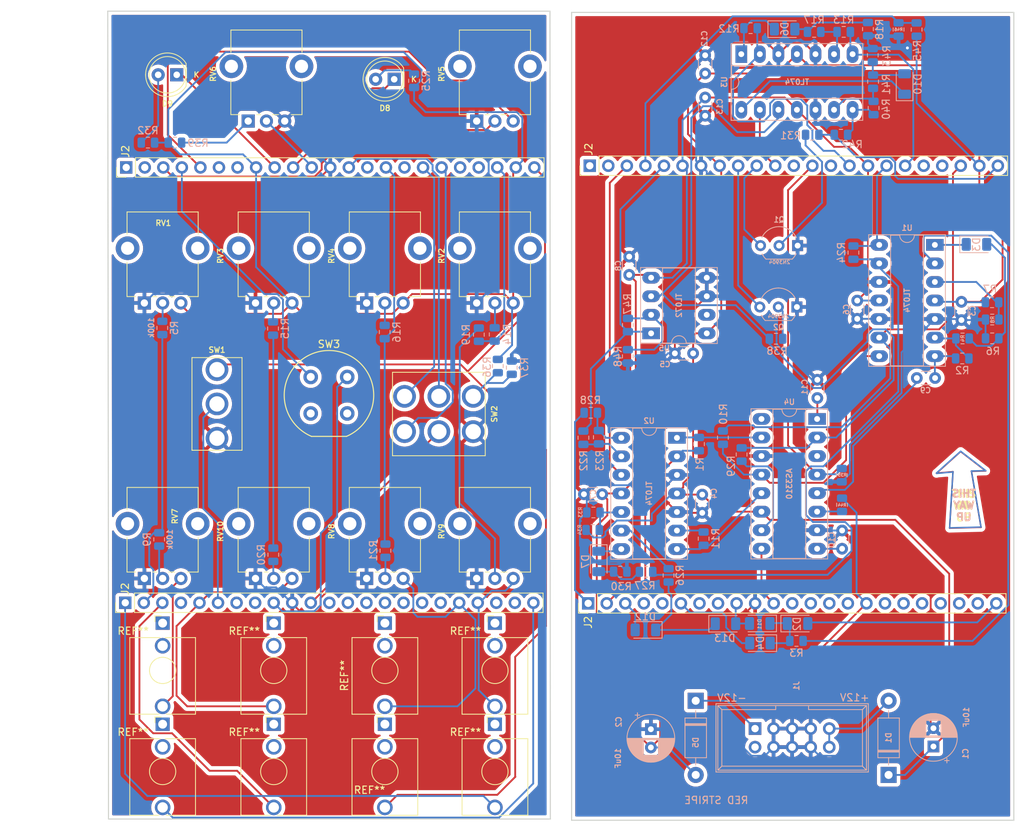
<source format=kicad_pcb>
(kicad_pcb (version 20211014) (generator pcbnew)
  (layers (0 "F.Cu" signal) (31 "B.Cu" signal) (34 "B.Paste" user) (35 "F.Paste" user) (36 "B.SilkS" user "B.Silkscreen") (37 "F.SilkS" user "F.Silkscreen") (38 "B.Mask" user) (39 "F.Mask" user) (44 "Edge.Cuts" user))
  (net 0 "")
  (net 1 "GND")
  (net 2 "+12V")
  (net 3 "-12V")
  (net 4 "/VTrig")
  (net 5 "Net-(C9-Pad1)")
  (net 6 "Net-(C10-Pad2)")
  (net 7 "Net-(C11-Pad2)")
  (net 8 "Net-(D1-Pad2)")
  (net 9 "/Trigger")
  (net 10 "Net-(D11-Pad1)")
  (net 11 "Net-(D3-Pad1)")
  (net 12 "Net-(D3-Pad2)")
  (net 13 "Net-(D4-Pad2)")
  (net 14 "Net-(D5-Pad1)")
  (net 15 "Net-(D6-Pad1)")
  (net 16 "Net-(D6-Pad2)")
  (net 17 "Net-(D7-Pad2)")
  (net 18 "Net-(D7-Pad1)")
  (net 19 "Net-(D8-Pad2)")
  (net 20 "Net-(D8-Pad1)")
  (net 21 "Net-(D9-Pad1)")
  (net 22 "Net-(D9-Pad2)")
  (net 23 "Net-(D10-Pad1)")
  (net 24 "Net-(D10-Pad2)")
  (net 25 "/ManTrigger")
  (net 26 "Net-(D12-Pad1)")
  (net 27 "/Gate")
  (net 28 "/Acv")
  (net 29 "/Dcv")
  (net 30 "/Scv")
  (net 31 "/Rcv")
  (net 32 "/Out")
  (net 33 "/EocOut")
  (net 34 "Net-(Q1-Pad2)")
  (net 35 "Net-(Q2-Pad2)")
  (net 36 "Net-(R1-Pad2)")
  (net 37 "/AttackControl")
  (net 38 "Net-(R2-Pad2)")
  (net 39 "Net-(R3-Pad1)")
  (net 40 "Net-(R5-Pad2)")
  (net 41 "Net-(R7-Pad1)")
  (net 42 "Net-(R9-Pad2)")
  (net 43 "Net-(R10-Pad2)")
  (net 44 "/ReleaseControl")
  (net 45 "/DecayControl")
  (net 46 "Net-(R11-Pad2)")
  (net 47 "Net-(R12-Pad2)")
  (net 48 "Net-(R13-Pad1)")
  (net 49 "Net-(R13-Pad2)")
  (net 50 "Net-(R14-Pad2)")
  (net 51 "Net-(R15-Pad2)")
  (net 52 "Net-(R16-Pad2)")
  (net 53 "Net-(R19-Pad2)")
  (net 54 "Net-(R20-Pad2)")
  (net 55 "Net-(R21-Pad2)")
  (net 56 "/env")
  (net 57 "Net-(R22-Pad1)")
  (net 58 "Net-(R23-Pad1)")
  (net 59 "Net-(R24-Pad1)")
  (net 60 "Net-(R24-Pad2)")
  (net 61 "Net-(R26-Pad1)")
  (net 62 "Net-(R29-Pad2)")
  (net 63 "Net-(R33-Pad1)")
  (net 64 "/Vgate")
  (net 65 "Net-(R36-Pad1)")
  (net 66 "Net-(R39-Pad2)")
  (net 67 "Net-(R40-Pad2)")
  (net 68 "Net-(R40-Pad1)")
  (net 69 "Net-(R44-Pad1)")
  (net 70 "Net-(R45-Pad2)")
  (net 71 "Net-(RV5-Pad2)")
  (net 72 "Net-(RV6-Pad2)")
  (net 73 "/SustainControl")
  (net 74 "Net-(U4-Pad3)")
  (net 75 "Net-(U4-Pad16)")
  (net 76 "Net-(R22-Pad2)")
  (net 77 "Net-(R47-Pad1)")
  (net 78 "Net-(U5-Pad7)")
  (footprint "ao_tht:LED_D5.0mm" (layer "F.Cu") (at 87.721314 60.95106 180)
    (fp_text reference "D8")
    (fp_text value "LED")
  )
  (footprint "ao_tht:LED_D5.0mm" (layer "F.Cu") (at 57.945 60.34 180)
    (fp_text reference "D9")
    (fp_text value "LED")
  )
  (footprint "Connector_PinHeader_2.54mm:PinHeader_1x23_P2.54mm_Vertical" (layer "F.Cu") (at 50.9 132.67 90)
    (fp_text reference "J2")
    (fp_text value "Conn_01x10_Male")
  )
  (footprint "ao_tht:Potentiometer_Alpha_RD901F-40-00D_Single_Vertical_CircularHoles_centered" (layer "F.Cu") (at 56.015 84.10106 90)
    (fp_text reference "RV1")
    (fp_text value "100k")
  )
  (footprint "ao_tht:Potentiometer_Alpha_RD901F-40-00D_Single_Vertical_CircularHoles_centered" (layer "F.Cu") (at 101.515 84.10106 90)
    (fp_text reference "RV2")
    (fp_text value "100k")
  )
  (footprint "ao_tht:Potentiometer_Alpha_RD901F-40-00D_Single_Vertical_CircularHoles_centered" (layer "F.Cu") (at 71.230657 84.10106 90)
    (fp_text reference "RV3")
    (fp_text value "100k")
  )
  (footprint "ao_tht:Potentiometer_Alpha_RD901F-40-00D_Single_Vertical_CircularHoles_centered" (layer "F.Cu") (at 86.446314 84.10106 90)
    (fp_text reference "RV4")
    (fp_text value "100k")
  )
  (footprint "ao_tht:Potentiometer_Alpha_RD901F-40-00D_Single_Vertical_CircularHoles_centered" (layer "F.Cu") (at 101.515 59.17606 90)
    (fp_text reference "RV5")
    (fp_text value "100k")
  )
  (footprint "ao_tht:Potentiometer_Alpha_RD901F-40-00D_Single_Vertical_CircularHoles_centered" (layer "F.Cu") (at 70.23 59.17606 90)
    (fp_text reference "RV6")
    (fp_text value "10k")
  )
  (footprint "ao_tht:Potentiometer_Alpha_RD901F-40-00D_Single_Vertical_CircularHoles_centered" (layer "F.Cu") (at 56.015 121.84106 90)
    (fp_text reference "RV7")
    (fp_text value "100k")
  )
  (footprint "ao_tht:Potentiometer_Alpha_RD901F-40-00D_Single_Vertical_CircularHoles_centered" (layer "F.Cu") (at 86.446314 121.84106 90)
    (fp_text reference "RV8")
    (fp_text value "100k")
  )
  (footprint "ao_tht:Potentiometer_Alpha_RD901F-40-00D_Single_Vertical_CircularHoles_centered" (layer "F.Cu") (at 101.515 121.84106 90)
    (fp_text reference "RV9")
    (fp_text value "100k")
  )
  (footprint "ao_tht:Potentiometer_Alpha_RD901F-40-00D_Single_Vertical_CircularHoles_centered" (layer "F.Cu") (at 71.230657 121.84106 90)
    (fp_text reference "RV10")
    (fp_text value "100k")
  )
  (footprint "ao_tht:SPDT-toggle-switch-1M-series" (layer "F.Cu") (at 63.46 105.43)
    (fp_text reference "SW1")
    (fp_text value "SW_SPDT")
  )
  (footprint "ao_tht:DPDT-toggle-switch-1M-seriesx" (layer "F.Cu") (at 93.84 106.81 -90)
    (fp_text reference "SW2")
    (fp_text value "SW_DPDT_x2")
  )
  (footprint "Button_Switch_THT:Push_E-Switch_KS01Q01" (layer "F.Cu") (at 76.29 101.736258)
    (fp_text reference "SW3")
    (fp_text value "SW_Push")
  )
  (footprint "Connector_Audio:Jack_3.5mm_QingPu_WQP-PJ398SM_Vertical_CircularHoles" (layer "F.Cu") (at 101.515 149.31106)
    (fp_text reference "REF**")
    (fp_text value "Jack_3.5mm_QingPu_WQP-PJ398SM_Vertical_CircularHoles")
  )
  (footprint "Connector_Audio:Jack_3.5mm_QingPu_WQP-PJ398SM_Vertical_CircularHoles" (layer "F.Cu") (at 86.446314 149.31106)
    (fp_text reference "REF**")
    (fp_text value "Jack_3.5mm_QingPu_WQP-PJ398SM_Vertical_CircularHoles")
  )
  (footprint "Connector_Audio:Jack_3.5mm_QingPu_WQP-PJ398SM_Vertical_CircularHoles" (layer "F.Cu") (at 71.230657 149.31106)
    (fp_text reference "REF**")
    (fp_text value "Jack_3.5mm_QingPu_WQP-PJ398SM_Vertical_CircularHoles")
  )
  (footprint "Connector_PinHeader_2.54mm:PinHeader_1x23_P2.54mm_Vertical" (layer "F.Cu") (at 114.5 72.8 90)
    (fp_text reference "J2")
    (fp_text value "Conn_01x10_Male")
  )
  (footprint "Connector_PinHeader_2.54mm:PinHeader_1x23_P2.54mm_Vertical" (layer "F.Cu") (at 114.281829 132.75 90)
    (fp_text reference "J2")
    (fp_text value "Conn_01x10_Male")
  )
  (footprint "Connector_Audio:Jack_3.5mm_QingPu_WQP-PJ398SM_Vertical_CircularHoles" (layer "F.Cu") (at 56.015 149.31106)
    (fp_text reference "REF**")
    (fp_text value "Jack_3.5mm_QingPu_WQP-PJ398SM_Vertical_CircularHoles")
  )
  (footprint "Connector_Audio:Jack_3.5mm_QingPu_WQP-PJ398SM_Vertical_CircularHoles" (layer "F.Cu") (at 71.230657 135.46106)
    (fp_text reference "REF**")
    (fp_text value "Jack_3.5mm_QingPu_WQP-PJ398SM_Vertical_CircularHoles")
  )
  (footprint "Connector_Audio:Jack_3.5mm_QingPu_WQP-PJ398SM_Vertical_CircularHoles" (layer "F.Cu") (at 86.446314 135.46106)
    (fp_text reference "REF**")
    (fp_text value "Jack_3.5mm_QingPu_WQP-PJ398SM_Vertical_CircularHoles")
  )
  (footprint "Connector_Audio:Jack_3.5mm_QingPu_WQP-PJ398SM_Vertical_CircularHoles" (layer "F.Cu") (at 101.515 135.46106)
    (fp_text reference "REF**")
    (fp_text value "Jack_3.5mm_QingPu_WQP-PJ398SM_Vertical_CircularHoles")
  )
  (footprint "Connector_PinHeader_2.54mm:PinHeader_1x23_P2.54mm_Vertical" (layer "F.Cu") (at 51.03 73.03 90)
    (fp_text reference "J2")
    (fp_text value "Conn_01x10_Male")
  )
  (footprint "Connector_Audio:Jack_3.5mm_QingPu_WQP-PJ398SM_Vertical_CircularHoles" (layer "F.Cu") (at 56.015 135.46106)
    (fp_text reference "REF**")
    (fp_text value "Jack_3.5mm_QingPu_WQP-PJ398SM_Vertical_CircularHoles")
  )
  (footprint "ao_tht:CP_Radial_D6.3mm_P2.50mm" (layer "B.Cu") (at 161.555 152.36106 90)
    (fp_text reference "C1")
    (fp_text value "10uF")
  )
  (footprint "ao_tht:CP_Radial_D6.3mm_P2.50mm" (layer "B.Cu") (at 122.865 149.996301 -90)
    (fp_text reference "C2")
    (fp_text value "10uF")
  )
  (footprint "ao_tht:C_Disc_D3.0mm_W1.6mm_P2.50mm" (layer "B.Cu") (at 165.39 93.94 90)
    (fp_text reference "C3")
    (fp_text value "0.1uF")
  )
  (footprint "ao_tht:C_Disc_D3.0mm_W1.6mm_P2.50mm" (layer "B.Cu") (at 129.9 120.35 90)
    (fp_text reference "C4")
    (fp_text value "0.1uF")
  )
  (footprint "ao_tht:C_Disc_D3.0mm_W1.6mm_P2.50mm" (layer "B.Cu") (at 126.15 98.5)
    (fp_text reference "C5")
    (fp_text value "0.1uF")
  )
  (footprint "ao_tht:C_Disc_D3.0mm_W1.6mm_P2.50mm" (layer "B.Cu") (at 151.12 93.77 90)
    (fp_text reference "C6")
    (fp_text value "0.1uF")
  )
  (footprint "ao_tht:C_Disc_D3.0mm_W1.6mm_P2.50mm" (layer "B.Cu") (at 113.7 117.8)
    (fp_text reference "C7")
    (fp_text value "0.1uF")
  )
  (footprint "ao_tht:C_Disc_D3.0mm_W1.6mm_P2.50mm" (layer "B.Cu") (at 119.9 85.25 -90)
    (fp_text reference "C8")
    (fp_text value "0.1uF")
  )
  (footprint "ao_tht:C_Disc_D3.0mm_W1.6mm_P2.50mm" (layer "B.Cu") (at 159.28 101.88)
    (fp_text reference "C9")
    (fp_text value "0.001uF")
  )
  (footprint "ao_tht:C_Disc_D3.0mm_W1.6mm_P2.50mm" (layer "B.Cu") (at 149.05 122.77 -90)
    (fp_text reference "C10")
    (fp_text value "0.01uF")
  )
  (footprint "ao_tht:C_Disc_D3.0mm_W1.6mm_P2.50mm" (layer "B.Cu") (at 145.66 102.12 -90)
    (fp_text reference "C11")
    (fp_text value "0.03uF")
  )
  (footprint "ao_tht:D_DO-41_SOD81_P10.16mm_Horizontal" (layer "B.Cu") (at 155.415 156.25868 90)
    (fp_text reference "D1")
    (fp_text value "1N5817")
  )
  (footprint "Diode_SMD:D_1206_3216Metric" (layer "B.Cu") (at 142.95 135.52)
    (fp_text reference "D2")
    (fp_text value "1N4148")
  )
  (footprint "Diode_SMD:D_1206_3216Metric" (layer "B.Cu") (at 167.45 83.57)
    (fp_text reference "D3")
    (fp_text value "1N4148")
  )
  (footprint "ao_tht:D_DO-41_SOD81_P10.16mm_Horizontal" (layer "B.Cu") (at 129.005 146.09868 -90)
    (fp_text reference "D5")
    (fp_text value "1N5817")
  )
  (footprint "Diode_SMD:D_1206_3216Metric" (layer "B.Cu") (at 141.18 54.08)
    (fp_text reference "D6")
    (fp_text value "1N4148")
  )
  (footprint "Diode_SMD:D_1206_3216Metric" (layer "B.Cu") (at 115.73 127.01 -90)
    (fp_text reference "D7")
    (fp_text value "1N4148")
  )
  (footprint "Diode_SMD:D_1206_3216Metric" (layer "B.Cu") (at 157.6 61.6 90)
    (fp_text reference "D10")
    (fp_text value "1N4148")
  )
  (footprint "Diode_SMD:D_1206_3216Metric" (layer "B.Cu") (at 137.77 135.51 180)
    (fp_text reference "D11")
    (fp_text value "1N4148")
  )
  (footprint "Diode_SMD:D_1206_3216Metric" (layer "B.Cu") (at 122.12 136.39 180)
    (fp_text reference "D12")
    (fp_text value "1N4148")
  )
  (footprint "Diode_SMD:D_1206_3216Metric" (layer "B.Cu") (at 133.08 135.54)
    (fp_text reference "D13")
    (fp_text value "1N4148")
  )
  (footprint "ao_tht:Power_Header" (layer "B.Cu") (at 137.13 149.90868 -90)
    (fp_text reference "J1")
    (fp_text value "Synth_power_2x5")
  )
  (footprint "ao_tht:TO-92_Inline_Wide" (layer "B.Cu") (at 142.96 83.74 180)
    (fp_text reference "Q1")
    (fp_text value "2N3904")
  )
  (footprint "ao_tht:TO-92_Inline_Wide" (layer "B.Cu") (at 142.86 92.15 180)
    (fp_text reference "Q2")
    (fp_text value "2N3904")
  )
  (footprint "Resistor_SMD:R_0805_2012Metric" (layer "B.Cu") (at 129.45 110.93 -90)
    (fp_text reference "R1")
    (fp_text value "6k2")
  )
  (footprint "Resistor_SMD:R_0805_2012Metric" (layer "B.Cu") (at 165.5 99.2)
    (fp_text reference "R2")
    (fp_text value "47k")
  )
  (footprint "Resistor_SMD:R_0805_2012Metric" (layer "B.Cu") (at 142.8 137.9 180)
    (fp_text reference "R3")
    (fp_text value "100k")
  )
  (footprint "Resistor_SMD:R_0805_2012Metric" (layer "B.Cu") (at 165.54 96.46)
    (fp_text reference "R4")
    (fp_text value "100k")
  )
  (footprint "Resistor_SMD:R_0805_2012Metric" (layer "B.Cu") (at 55.97 95.02 90)
    (fp_text reference "R5")
    (fp_text value "100k")
  )
  (footprint "Resistor_SMD:R_0805_2012Metric" (layer "B.Cu") (at 169.6 96.45)
    (fp_text reference "R6")
    (fp_text value "100k")
  )
  (footprint "Resistor_SMD:R_0805_2012Metric" (layer "B.Cu") (at 169.58 91.5 180)
    (fp_text reference "R7")
    (fp_text value "200k")
  )
  (footprint "Resistor_SMD:R_0805_2012Metric" (layer "B.Cu") (at 169.6 93.87)
    (fp_text reference "R8")
    (fp_text value "100k")
  )
  (footprint "Resistor_SMD:R_0805_2012Metric" (layer "B.Cu") (at 55.54 123.99 -90)
    (fp_text reference "R9")
    (fp_text value "100k")
  )
  (footprint "Resistor_SMD:R_0805_2012Metric" (layer "B.Cu") (at 132.73 110.05 90)
    (fp_text reference "R10")
    (fp_text value "6k2")
  )
  (footprint "Resistor_SMD:R_0805_2012Metric" (layer "B.Cu") (at 130.09 123.89 90)
    (fp_text reference "R11")
    (fp_text value "6k2")
  )
  (footprint "Resistor_SMD:R_0805_2012Metric" (layer "B.Cu") (at 136.52 53.95)
    (fp_text reference "R12")
    (fp_text value "47k")
  )
  (footprint "Resistor_SMD:R_0805_2012Metric" (layer "B.Cu") (at 149.27 54.46 180)
    (fp_text reference "R13")
    (fp_text value "100k")
  )
  (footprint "Resistor_SMD:R_0805_2012Metric" (layer "B.Cu") (at 101.48 95.91 90)
    (fp_text reference "R14")
    (fp_text value "100k")
  )
  (footprint "Resistor_SMD:R_0805_2012Metric" (layer "B.Cu") (at 71.13 95.1 90)
    (fp_text reference "R15")
    (fp_text value "100k")
  )
  (footprint "Resistor_SMD:R_0805_2012Metric" (layer "B.Cu") (at 86.42 95.58 90)
    (fp_text reference "R16")
    (fp_text value "100k")
  )
  (footprint "Resistor_SMD:R_0805_2012Metric" (layer "B.Cu") (at 145.22 54.46 180)
    (fp_text reference "R17")
    (fp_text value "100k")
  )
  (footprint "Resistor_SMD:R_0805_2012Metric" (layer "B.Cu") (at 152.59 54.08 90)
    (fp_text reference "R18")
    (fp_text value "100k")
  )
  (footprint "Resistor_SMD:R_0805_2012Metric" (layer "B.Cu") (at 99.31 95.94 90)
    (fp_text reference "R19")
    (fp_text value "100k")
  )
  (footprint "Resistor_SMD:R_0805_2012Metric" (layer "B.Cu") (at 71.17 126.09 -90)
    (fp_text reference "R20")
    (fp_text value "100k")
  )
  (footprint "Resistor_SMD:R_0805_2012Metric" (layer "B.Cu") (at 86.52 125.54 -90)
    (fp_text reference "R21")
    (fp_text value "100k")
  )
  (footprint "Resistor_SMD:R_0805_2012Metric" (layer "B.Cu") (at 113.63 110.06 90)
    (fp_text reference "R22")
    (fp_text value "100k")
  )
  (footprint "Resistor_SMD:R_0805_2012Metric" (layer "B.Cu") (at 115.74 109.99 -90)
    (fp_text reference "R23")
    (fp_text value "100k")
  )
  (footprint "Resistor_SMD:R_0805_2012Metric" (layer "B.Cu") (at 150.6 84.7 -90)
    (fp_text reference "R24")
    (fp_text value "47k")
  )
  (footprint "Resistor_SMD:R_0805_2012Metric" (layer "B.Cu") (at 90.44 61.16 90)
    (fp_text reference "R25")
    (fp_text value "10k")
  )
  (footprint "Resistor_SMD:R_0805_2012Metric" (layer "B.Cu") (at 125.29 128.92 -90)
    (fp_text reference "R26")
    (fp_text value "100k")
  )
  (footprint "Resistor_SMD:R_0805_2012Metric" (layer "B.Cu") (at 122.21 128.43 180)
    (fp_text reference "R27")
    (fp_text value "100k")
  )
  (footprint "Resistor_SMD:R_0805_2012Metric" (layer "B.Cu") (at 114.64 106.64)
    (fp_text reference "R28")
    (fp_text value "1k")
  )
  (footprint "Resistor_SMD:R_0805_2012Metric" (layer "B.Cu") (at 135.29 112.36 -90)
    (fp_text reference "R29")
    (fp_text value "30k")
  )
  (footprint "Resistor_SMD:R_0805_2012Metric" (layer "B.Cu") (at 118.67 128.41 180)
    (fp_text reference "R30")
    (fp_text value "100k")
  )
  (footprint "Resistor_SMD:R_0805_2012Metric" (layer "B.Cu") (at 144.96 68.55)
    (fp_text reference "R31")
    (fp_text value "100k")
  )
  (footprint "Resistor_SMD:R_0805_2012Metric" (layer "B.Cu") (at 54 69.63 180)
    (fp_text reference "R32")
    (fp_text value "10k")
  )
  (footprint "Resistor_SMD:R_0805_2012Metric" (layer "B.Cu") (at 114.9 122.7 180)
    (fp_text reference "R33")
    (fp_text value "200k")
  )
  (footprint "Resistor_SMD:R_0805_2012Metric" (layer "B.Cu") (at 115 120.3)
    (fp_text reference "R34")
    (fp_text value "100k")
  )
  (footprint "Resistor_SMD:R_0805_2012Metric" (layer "B.Cu") (at 149 115.1875 -90)
    (fp_text reference "R35")
    (fp_text value "10k")
  )
  (footprint "Resistor_SMD:R_0805_2012Metric" (layer "B.Cu") (at 101.91 100.24 90)
    (fp_text reference "R36")
    (fp_text value "link")
  )
  (footprint "Resistor_SMD:R_0805_2012Metric" (layer "B.Cu") (at 103.82 100.46 -90)
    (fp_text reference "R37")
    (fp_text value "100k")
  )
  (footprint "Resistor_SMD:R_0805_2012Metric" (layer "B.Cu") (at 140 96.5 180)
    (fp_text reference "R38")
    (fp_text value "100k")
  )
  (footprint "Resistor_SMD:R_0805_2012Metric" (layer "B.Cu") (at 57.7 69.63)
    (fp_text reference "R39")
    (fp_text value "100k")
  )
  (footprint "Resistor_SMD:R_0805_2012Metric" (layer "B.Cu") (at 153.36 64.89 90)
    (fp_text reference "R40")
    (fp_text value "51k")
  )
  (footprint "Resistor_SMD:R_0805_2012Metric" (layer "B.Cu") (at 153.29 61.28 90)
    (fp_text reference "R41")
    (fp_text value "100k")
  )
  (footprint "Resistor_SMD:R_0805_2012Metric" (layer "B.Cu") (at 148.89 68.55)
    (fp_text reference "R42")
    (fp_text value "1k")
  )
  (footprint "Resistor_SMD:R_0805_2012Metric" (layer "B.Cu") (at 153.25 57.66 90)
    (fp_text reference "R43")
    (fp_text value "100k")
  )
  (footprint "Resistor_SMD:R_0805_2012Metric" (layer "B.Cu") (at 149.04 119.25 90)
    (fp_text reference "R44")
    (fp_text value "470")
  )
  (footprint "Resistor_SMD:R_0805_2012Metric" (layer "B.Cu") (at 159.25 54.14 90)
    (fp_text reference "R45")
    (fp_text value "100k")
  )
  (footprint "Resistor_SMD:R_0805_2012Metric" (layer "B.Cu") (at 156.78 54.13 -90)
    (fp_text reference "R46")
    (fp_text value "100k")
  )
  (footprint "ao_tht:DIP-14_W7.62mm_Socket_LongPads" (layer "B.Cu") (at 161.75 83.64 180)
    (fp_text reference "U1")
    (fp_text value "TL074")
  )
  (footprint "ao_tht:DIP-14_W7.62mm_Socket_LongPads" (layer "B.Cu") (at 126.435 110.07606 180)
    (fp_text reference "U2")
    (fp_text value "TL074")
  )
  (footprint "ao_tht:DIP-14_W7.62mm_Socket_LongPads" (layer "B.Cu") (at 135.245 57.51 -90)
    (fp_text reference "U3")
    (fp_text value "TL074")
  )
  (footprint "ao_tht:DIP-16_W7.62mm_Socket_LongPads" (layer "B.Cu") (at 145.63 107.49 180)
    (fp_text reference "U4")
    (fp_text value "AS3310")
  )
  (footprint "Diode_SMD:D_1206_3216Metric" (layer "B.Cu") (at 137.8 138.2 180)
    (fp_text reference "D4")
    (fp_text value "1N4148")
  )
  (footprint "ao_tht:C_Disc_D3.0mm_W1.6mm_P2.50mm" (layer "B.Cu") (at 130.3 57.66 -90)
    (fp_text reference "C12")
    (fp_text value "0.1uF")
  )
  (footprint "Resistor_SMD:R_0805_2012Metric" (layer "B.Cu") (at 119.72 94.62 -90)
    (fp_text reference "R47")
    (fp_text value "100k")
  )
  (footprint "Resistor_SMD:R_0805_2012Metric" (layer "B.Cu") (at 119.71 98.91 -90)
    (fp_text reference "R48")
    (fp_text value "100k")
  )
  (footprint "ao_tht:DIP-8_W7.62mm_Socket_LongPads" (layer "B.Cu") (at 122.9 95.76)
    (fp_text reference "U5")
    (fp_text value "TL072")
  )
  (footprint "ao_tht:C_Disc_D3.0mm_W1.6mm_P2.50mm" (layer "B.Cu") (at 130.3 65.95 90)
    (fp_text reference "C13")
    (fp_text value "0.1uF")
  )
  (gr_line (start 163.77 122.45) (end 164.23 114.75) (layer "F.Cu") (width 0.2))
  (gr_line (start 166.76 114.66) (end 168.07 122.34) (layer "F.Cu") (width 0.2))
  (gr_line (start 164.23 114.71) (end 161.99 114.91) (layer "F.Cu") (width 0.2))
  (gr_line (start 161.97 114.94) (end 165.28 111.96) (layer "F.Cu") (width 0.2))
  (gr_line (start 168.71 114.61) (end 166.76 114.66) (layer "F.Cu") (width 0.2))
  (gr_line (start 168.07 122.34) (end 163.77 122.45) (layer "F.Cu") (width 0.2))
  (gr_line (start 165.28 111.96) (end 168.71 114.61) (layer "F.Cu") (width 0.2))
  (gr_line (start 168.71 114.57) (end 166.76 114.62) (layer "B.Cu") (width 0.2))
  (gr_line (start 161.97 114.9) (end 165.28 111.92) (layer "B.Cu") (width 0.2))
  (gr_line (start 164.23 114.75) (end 161.99 114.95) (layer "B.Cu") (width 0.2))
  (gr_line (start 163.77 122.41) (end 164.23 114.71) (layer "B.Cu") (width 0.2))
  (gr_line (start 165.28 111.92) (end 168.71 114.57) (layer "B.Cu") (width 0.2))
  (gr_line (start 166.76 114.62) (end 168.07 122.3) (layer "B.Cu") (width 0.2))
  (gr_line (start 168.07 122.3) (end 163.77 122.41) (layer "B.Cu") (width 0.2))
  (gr_line (start 109.1 162.300412) (end 109.05 51.622531) (layer "Edge.Cuts") (width 0.15))
  (gr_line (start 109.05 51.622531) (end 48.5 51.622531) (layer "Edge.Cuts") (width 0.15))
  (gr_line (start 112.01 162.468941) (end 172.56 162.468941) (layer "Edge.Cuts") (width 0.15))
  (gr_line (start 112.01 51.79106) (end 112.01 162.468941) (layer "Edge.Cuts") (width 0.15))
  (gr_line (start 172.56 51.79106) (end 112.01 51.79106) (layer "Edge.Cuts") (width 0.15))
  (gr_line (start 48.6 162.3) (end 109.1 162.300412) (layer "Edge.Cuts") (width 0.15))
  (gr_line (start 48.5 51.622531) (end 48.605 139.18106) (layer "Edge.Cuts") (width 0.15))
  (gr_line (start 48.605 139.18106) (end 48.6 162.3) (layer "Edge.Cuts") (width 0.15))
  (gr_line (start 172.56 162.468941) (end 172.56 51.79106) (layer "Edge.Cuts") (width 0.15))
  (gr_text "THIS\nWAY\nUP" (at 165.72 119.32) (layer "B.SilkS") (effects (font (size 1 1) (thickness 0.25)) (justify mirror)))
  (gr_text "THIS\nWAY\nUP" (at 165.72 119.36) (layer "F.SilkS") (effects (font (size 1 1) (thickness 0.25))))
  (segment (start 129.9 120.35) (end 126.54894 120.35) (width 0.25) (layer "F.Cu") (net 1))
  (segment (start 53.515 129.02106) (end 53.515 91.85106) (width 0.25) (layer "F.Cu") (net 1))
  (segment (start 126.15 95.05) (end 126.15 98.5) (width 0.25) (layer "F.Cu") (net 1))
  (segment (start 137.141829 132.75) (end 137.141829 127.591829) (width 0.25) (layer "F.Cu") (net 1))
  (segment (start 80.321487 129.34106) (end 83.946314 129.34106) (width 0.25) (layer "F.Cu") (net 1))
  (segment (start 126.54894 120.35) (end 126.435 120.23606) (width 0.25) (layer "F.Cu") (net 1))
  (segment (start 142.96 92.05) (end 142.86 92.15) (width 0.25) (layer "F.Cu") (net 1))
  (segment (start 76.68 75.32) (end 78.97 73.03) (width 0.25) (layer "F.Cu") (net 1))
  (segment (start 73.736829 132.75) (end 74.91134 133.924511) (width 0.25) (layer "F.Cu") (net 1))
  (segment (start 155.47 122.77) (end 161.17634 128.47634) (width 0.25) (layer "F.Cu") (net 1))
  (segment (start 131.97452 55.98548) (end 138.80048 55.98548) (width 0.25) (layer "F.Cu") (net 1))
  (segment (start 53.51 91.84606) (end 53.51 86.08) (width 0.25) (layer "F.Cu") (net 1))
  (segment (start 149.05 122.77) (end 155.47 122.77) (width 0.25) (layer "F.Cu") (net 1))
  (segment (start 130.52 90.68) (end 126.15 95.05) (width 0.25) (layer "F.Cu") (net 1))
  (segment (start 154.13 93.8) (end 161.75 93.8) (width 0.25) (layer "F.Cu") (net 1))
  (segment (start 124.91048 116.68058) (end 124.91048 118.71154) (width 0.25) (layer "F.Cu") (net 1))
  (segment (start 130.3 57.66) (end 131.97452 55.98548) (width 0.25) (layer "F.Cu") (net 1))
  (segment (start 140.325 57.51) (end 141.84952 55.98548) (width 0.25) (layer "F.Cu") (net 1))
  (segment (start 64.27 75.32) (end 76.68 75.32) (width 0.25) (layer "F.Cu") (net 1))
  (segment (start 77.642318 133.457681) (end 77.642318 132.020229) (width 0.25) (layer "F.Cu") (net 1))
  (segment (start 77.175488 133.924511) (end 77.642318 133.457681) (width 0.25) (layer "F.Cu") (net 1))
  (segment (start 142.96 83.74) (end 142.96 92.05) (width 0.25) (layer "F.Cu") (net 1))
  (segment (start 161.17634 128.47634) (end 161.17634 149.4824) (width 0.25) (layer "F.Cu") (net 1))
  (segment (start 138.80048 55.98548) (end 140.325 57.51) (width 0.25) (layer "F.Cu") (net 1))
  (segment (start 53.515 91.85106) (end 53.51 91.84606) (width 0.25) (layer "F.Cu") (net 1))
  (segment (start 74.91134 133.924511) (end 77.175488 133.924511) (width 0.25) (layer "F.Cu") (net 1))
  (segment (start 53.51 86.08) (end 64.27 75.32) (width 0.25) (layer "F.Cu") (net 1))
  (segment (start 161.17634 149.4824) (end 161.555 149.86106) (width 0.25) (layer "F.Cu") (net 1))
  (segment (start 137.141829 127.591829) (end 129.9 120.35) (width 0.25) (layer "F.Cu") (net 1))
  (segment (start 143.88048 55.98548) (end 145.405 57.51) (width 0.25) (layer "F.Cu") (net 1))
  (segment (start 122.865 149.996301) (end 122.865 147.026829) (width 0.25) (layer "F.Cu") (net 1))
  (segment (start 122.865 147.026829) (end 137.141829 132.75) (width 0.25) (layer "F.Cu") (net 1))
  (segment (start 141.84952 55.98548) (end 143.88048 55.98548) (width 0.25) (layer "F.Cu") (net 1))
  (segment (start 77.642318 132.020229) (end 80.321487 129.34106) (width 0.25) (layer "F.Cu") (net 1))
  (segment (start 126.435 115.15606) (end 124.91048 116.68058) (width 0.25) (layer "F.Cu") (net 1))
  (segment (start 124.91048 118.71154) (end 126.435 120.23606) (width 0.25) (layer "F.Cu") (net 1))
  (via (at 157.99 56.66) (size 0.8) (drill 0.4) (layers "F.Cu" "B.Cu") (net 1))
  (segment (start 68.730657 91.60106) (end 67.506146 90.376549) (width 0.25) (layer "B.Cu") (net 1))
  (segment (start 152.59 56.0875) (end 153.25 56.7475) (width 0.25) (layer "B.Cu") (net 1))
  (segment (start 142.86 98.18) (end 142.86 92.15) (width 0.25) (layer "B.Cu") (net 1))
  (segment (start 157.779269 153.636791) (end 145.938111 153.636791) (width 0.25) (layer "B.Cu") (net 1))
  (segment (start 144.75 149.90868) (end 142.21 149.90868) (width 0.25) (layer "B.Cu") (net 1))
  (segment (start 142.92 92.15) (end 143 92.07) (width 0.25) (layer "B.Cu") (net 1))
  (segment (start 144.75 152.44868) (end 144.75 149.90868) (width 0.25) (layer "B.Cu") (net 1))
  (segment (start 161.75 93.8) (end 157.18952 98.36048) (width 0.25) (layer "B.Cu") (net 1))
  (segment (start 114.92846 116.57154) (end 125.01952 116.57154) (width 0.25) (layer "B.Cu") (net 1))
  (segment (start 103.82 99.5475) (end 104.936522 99.5475) (width 0.25) (layer "B.Cu") (net 1))
  (segment (start 71.5524 130.565571) (end 73.736829 132.75) (width 0.25) (layer "B.Cu") (net 1))
  (segment (start 150.11 111.00699) (end 150.11 114.99) (width 0.25) (layer "B.Cu") (net 1))
  (segment (start 151.12 93.77) (end 154.1 93.77) (width 0.25) (layer "B.Cu") (net 1))
  (segment (start 100.655489 68.316549) (end 99.015 66.67606) (width 0.25) (layer "B.Cu") (net 1))
  (segment (start 150.11 114.99) (end 149 116.1) (width 0.25) (layer "B.Cu") (net 1))
  (segment (start 165.25 93.8) (end 165.39 93.94) (width 0.25) (layer "B.Cu") (net 1))
  (segment (start 134.1 90.68) (end 130.52 90.68) (width 0.25) (layer "B.Cu") (net 1))
  (segment (start 63.46 110.13) (end 68.730657 104.859343) (width 0.25) (layer "B.Cu") (net 1))
  (segment (start 72.73 66.67606) (end 78.97 72.91606) (width 0.25) (layer "B.Cu") (net 1))
  (segment (start 123.8775 99.8225) (end 119.71 99.8225) (width 0.25) (layer "B.Cu") (net 1))
  (segment (start 161.555 149.86106) (end 157.779269 153.636791) (width 0.25) (layer "B.Cu") (net 1))
  (segment (start 145.66 102.12) (end 144.94 102.12) (width 0.25) (layer "B.Cu") (net 1))
  (segment (start 156.73 54.9925) (end 156.78 55.0425) (width 0.25) (layer "B.Cu") (net 1))
  (segment (start 129.06 67.19) (end 129.06 72.12) (width 0.25) (layer "B.Cu") (net 1))
  (segment (start 161.75 93.8) (end 165.25 93.8) (width 0.25) (layer "B.Cu") (net 1))
  (segment (start 154.1 93.77) (end 154.13 93.8) (width 0.25) (layer "B.Cu") (net 1))
  (segment (start 115.68548 127.38548) (end 118.55798 127.38548) (width 0.25) (layer "B.Cu") (net 1))
  (segment (start 122.865 149.996301) (end 132.997377 149.996301) (width 0.25) (layer "B.Cu") (net 1))
  (segment (start 149.05 122.77) (end 145.67 122.77) (width 0.25) (layer "B.Cu") (net 1))
  (segment (start 130.52 73.58) (end 129.74 72.8) (width 0.25) (layer "B.Cu") (net 1))
  (segment (start 157.18952 103.92747) (end 150.11 111.00699) (width 0.25) (layer "B.Cu") (net 1))
  (segment (start 136.637867 153.636791) (end 138.481889 153.636791) (width 0.25) (layer "B.Cu") (net 1))
  (segment (start 130.52 88.14) (end 130.52 73.58) (width 0.25) (layer "B.Cu") (net 1))
  (segment (start 99.015 91.60106) (end 100.655489 89.960571) (width 0.25) (layer "B.Cu") (net 1))
  (segment (start 129.06 72.12) (end 129.74 72.8) (width 0.25) (layer "B.Cu") (net 1))
  (segment (start 165.39 93.94) (end 168.6175 93.94) (width 0.25) (layer "B.Cu") (net 1))
  (segment (start 114.0875 120.3) (end 114.0875 118.1875) (width 0.25) (layer "B.Cu") (net 1))
  (segment (start 68.730657 104.859343) (end 68.730657 91.60106) (width 0.25) (layer "B.Cu") (net 1))
  (segment (start 114.0875 118.1875) (end 113.7 117.8) (width 0.25) (layer "B.Cu") (net 1))
  (segment (start 132.997377 149.996301) (end 136.637867 153.636791) (width 0.25) (layer "B.Cu") (net 1))
  (segment (start 168.6875 93.87) (end 168.6875 96.45) (width 0.25) (layer "B.Cu") (net 1))
  (segment (start 140.07548 97.25548) (end 140.07548 95.49644) (width 0.25) (layer "B.Cu") (net 1))
  (segment (start 157.18952 98.36048) (end 157.18952 103.92747) (width 0.25) (layer "B.Cu") (net 1))
  (segment (start 113.15048 124.85048) (end 115.68548 127.38548) (width 0.25) (layer "B.Cu") (net 1))
  (segment (start 145.67 122.77) (end 145.63 122.73) (width 0.25) (layer "B.Cu") (net 1))
  (segment (start 68.730657 129.34106) (end 69.955168 130.565571) (width 0.25) (layer "B.Cu") (net 1))
  (segment (start 141.93 99.11) (end 142.86 98.18) (width 0.25) (layer "B.Cu") (net 1))
  (segment (start 105.239511 99.850489) (end 105.239511 102.525489) (width 0.25) (layer "B.Cu") (net 1))
  (segment (start 142.86 92.15) (end 142.92 92.15) (width 0.25) (layer "B.Cu") (net 1))
  (segment (start 139.67 149.90868) (end 139.67 152.44868) (width 0.25) (layer "B.Cu") (net 1))
  (segment (start 114.0875 120.3) (end 113.15048 121.23702) (width 0.25) (layer "B.Cu") (net 1))
  (segment (start 130.52 88.14) (end 130.52 90.68) (width 0.25) (layer "B.Cu") (net 1))
  (segment (start 104.936522 99.5475) (end 105.239511 99.850489) (width 0.25) (layer "B.Cu") (net 1))
  (segment (start 125.2 98.5) (end 123.8775 99.8225) (width 0.25) (layer "B.Cu") (net 1))
  (segment (start 138.481889 153.636791) (end 139.67 152.44868) (width 0.25) (layer "B.Cu") (net 1))
  (segment (start 125.01952 116.57154) (end 126.435 115.15606) (width 0.25) (layer "B.Cu") (net 1))
  (segment (start 118.55798 127.38548) (end 119.5825 128.41) (width 0.25) (layer "B.Cu") (net 1))
  (segment (start 100.655489 89.960571) (end 100.655489 89.705489) (width 0.25) (layer "B.Cu") (net 1))
  (segment (start 100.655489 89.705489) (end 100.655489 68.316549) (width 0.25) (layer "B.Cu") (net 1))
  (segment (start 105.239511 102.525489) (end 98.54 109.225) (width 0.25) (layer "B.Cu") (net 1))
  (segment (start 152.59 54.9925) (end 156.73 54.9925) (width 0.25) (layer "B.Cu") (net 1))
  (segment (start 139.88952 95.31048) (end 138.73048 95.31048) (width 0.25) (layer "B.Cu") (net 1))
  (segment (start 140.07548 95.49644) (end 139.88952 95.31048) (width 0.25) (layer "B.Cu") (net 1))
  (segment (start 152.59 54.9925) (end 152.59 56.0875) (width 0.25) (layer "B.Cu") (net 1))
  (segment (start 142.21 149.90868) (end 142.21 152.44868) (width 0.25) (layer "B.Cu") (net 1))
  (segment (start 53.515 91.60106) (end 54.739511 90.376549) (width 0.25) (layer "B.Cu") (net 1))
  (segment (start 113.7 117.8) (end 114.92846 116.57154) (width 0.25) (layer "B.Cu") (net 1))
  (segment (start 126.15 98.5) (end 125.2 98.5) (width 0.25) (layer "B.Cu") (net 1))
  (segment (start 168.6175 93.94) (end 168.6875 93.87) (width 0.25) (layer "B.Cu") (net 1))
  (segment (start 139.67 152.44868) (end 142.21 152.44868) (width 0.25) (layer "B.Cu") (net 1))
  (segment (start 78.97 72.91606) (end 78.97 73.03) (width 0.25) (layer "B.Cu") (net 1))
  (segment (start 145.938111 153.636791) (end 144.75 152.44868) (width 0.25) (layer "B.Cu") (net 1))
  (segment (start 130.3 65.95) (end 129.06 67.19) (width 0.25) (layer "B.Cu") (net 1))
  (segment (start 142.21 152.44868) (end 144.75 152.44868) (width 0.25) (layer "B.Cu") (net 1))
  (segment (start 142.21 149.90868) (end 139.67 149.90868) (width 0.25) (layer "B.Cu") (net 1))
  (segment (start 144.94 102.12) (end 140.07548 97.25548) (width 0.25) (layer "B.Cu") (net 1))
  (segment (start 113.15048 121.23702) (end 113.15048 124.85048) (width 0.25) (layer "B.Cu") (net 1))
  (segment (start 67.506146 90.376549) (end 54.739511 90.376549) (width 0.25) (layer "B.Cu") (net 1))
  (segment (start 69.955168 130.565571) (end 71.5524 130.565571) (width 0.25) (layer "B.Cu") (net 1))
  (segment (start 143 92.07) (end 142.96 92.03) (width 0.25) (layer "B.Cu") (net 1))
  (segment (start 138.73048 95.31048) (end 134.1 90.68) (width 0.25) (layer "B.Cu") (net 1))
  (segment (start 129.01 95.76) (end 130.52 95.76) (width 0.25) (layer "F.Cu") (net 2))
  (segment (start 138.01 120.19) (end 139.13452 121.31452) (width 0.25) (layer "F.Cu") (net 2))
  (segment (start 128.66 96.11) (end 129.01 95.76) (width 0.25) (layer "F.Cu") (net 2))
  (segment (start 132.28 72.8) (end 127.95 68.47) (width 0.25) (layer "F.Cu") (net 2))
  (segment (start 126.58894 117.85) (end 127.85 117.85) (width 0.25) (layer "F.Cu") (net 2))
  (segment (start 171.02 79.46) (end 171.02 88.39) (width 0.25) (layer "F.Cu") (net 2))
  (segment (start 144.38952 59.03452) (end 164.44452 59.03452) (width 0.25) (layer "F.Cu") (net 2))
  (segment (start 102.790489 90.376549) (end 104.015 91.60106) (width 0.25) (layer "F.Cu") (net 2))
  (segment (start 75.209597 93.08) (end 73.730657 91.60106) (width 0.25) (layer "F.Cu") (net 2))
  (segment (start 139.13452 121.31452) (end 156.33452 121.31452) (width 0.25) (layer "F.Cu") (net 2))
  (segment (start 72.251717 93.08) (end 59.74394 93.08) (width 0.25) (layer "F.Cu") (net 2))
  (segment (start 127.85 117.85) (end 129.9 117.85) (width 0.25) (layer "F.Cu") (net 2))
  (segment (start 127.300791 116.28058) (end 128.65 114.931371) (width 0.25) (layer "F.Cu") (net 2))
  (segment (start 128.65 114.931371) (end 128.65 97.50096) (width 0.25) (layer "F.Cu") (net 2))
  (segment (start 104.015 73.385) (end 104.37 73.03) (width 0.25) (layer "F.Cu") (net 2))
  (segment (start 163.71634 150.19972) (end 161.555 152.36106) (width 0.25) (layer "F.Cu") (net 2))
  (segment (start 129.9 117.85) (end 132.24 120.19) (width 0.25) (layer "F.Cu") (net 2))
  (segment (start 171.02 88.39) (end 167.97 91.44) (width 0.25) (layer "F.Cu") (net 2))
  (segment (start 167.84 76.28) (end 171.02 79.46) (width 0.25) (layer "F.Cu") (net 2))
  (segment (start 87.467374 93.08) (end 75.209597 93.08) (width 0.25) (layer "F.Cu") (net 2))
  (segment (start 164.44452 59.03452) (end 167.84 62.43) (width 0.25) (layer "F.Cu") (net 2))
  (segment (start 132.28 72.8) (end 132.5 73.02) (width 0.25) (layer "F.Cu") (net 2))
  (segment (start 132.5 93.78) (end 130.52 95.76) (width 0.25) (layer "F.Cu") (net 2))
  (segment (start 167.84 72.8) (end 167.84 76.28) (width 0.25) (layer "F.Cu") (net 2))
  (segment (start 104.015 91.60106) (end 104.015 73.385) (width 0.25) (layer "F.Cu") (net 2))
  (segment (start 127.300791 116.88053) (end 127.300791 116.28058) (width 0.25) (layer "F.Cu") (net 2))
  (segment (start 140.215 60.16) (end 142.865 57.51) (width 0.25) (layer "F.Cu") (net 2))
  (segment (start 130.3 60.16) (end 140.215 60.16) (width 0.25) (layer "F.Cu") (net 2))
  (segment (start 88.946314 91.60106) (end 90.170825 90.376549) (width 0.25) (layer "F.Cu") (net 2))
  (segment (start 90.170825 90.376549) (end 102.790489 90.376549) (width 0.25) (layer "F.Cu") (net 2))
  (segment (start 73.730657 91.60106) (end 72.251717 93.08) (width 0.25) (layer "F.Cu") (net 2))
  (segment (start 88.946314 91.60106) (end 87.467374 93.08) (width 0.25) (layer "F.Cu") (net 2))
  (segment (start 142.865 57.51) (end 144.38952 59.03452) (width 0.25) (layer "F.Cu") (net 2))
  (segment (start 128.65 98.5) (end 128.66 98.49) (width 0.25) (layer "F.Cu") (net 2))
  (segment (start 59.74394 93.08) (end 58.515 91.85106) (width 0.25) (layer "F.Cu") (net 2))
  (segment (start 156.33452 121.31452) (end 163.71634 128.69634) (width 0.25) (layer "F.Cu") (net 2))
  (segment (start 127.25053 116.88053) (end 126.435 117.69606) (width 0.25) (layer "F.Cu") (net 2))
  (segment (start 132.24 120.19) (end 138.01 120.19) (width 0.25) (layer "F.Cu") (net 2))
  (segment (start 132.5 73.02) (end 132.5 93.78) (width 0.25) (layer "F.Cu") (net 2))
  (segment (start 167.84 62.43) (end 167.84 72.8) (width 0.25) (layer "F.Cu") (net 2))
  (segment (start 163.71634 128.69634) (end 163.71634 150.19972) (width 0.25) (layer "F.Cu") (net 2))
  (segment (start 127.95 62.51) (end 130.3 60.16) (width 0.25) (layer "F.Cu") (net 2))
  (segment (start 167.97 91.44) (end 165.39 91.44) (width 0.25) (layer "F.Cu") (net 2))
  (segment (start 128.66 98.49) (end 128.66 96.11) (width 0.25) (layer "F.Cu") (net 2))
  (segment (start 127.95 68.47) (end 127.95 62.51) (width 0.25) (layer "F.Cu") (net 2))
  (segment (start 103.86 91.75606) (end 104.015 91.60106) (width 0.25) (layer "B.Cu") (net 2))
  (segment (start 168.6675 91.5) (end 165.45 91.5) (width 0.25) (layer "B.Cu") (net 2))
  (segment (start 159.25 64.21) (end 167.84 72.8) (width 0.25) (layer "B.Cu") (net 2))
  (segment (start 115.01202 123.72452) (end 116.3199 123.72452) (width 0.25) (layer "B.Cu") (net 2))
  (segment (start 118.2 121.4) (end 123 121.4) (width 0.25) (layer "B.Cu") (net 2))
  (segment (start 64.624556 57.231549) (end 89.031549 57.231549) (width 0.25) (layer "B.Cu") (net 2))
  (segment (start 116.64952 122.95048) (end 118.2 121.4) (width 0.25) (layer "B.Cu") (net 2))
  (segment (start 116.64952 123.3949) (end 116.64952 122.95048) (width 0.25) (layer "B.Cu") (net 2))
  (segment (start 105.26 66.189339) (end 105.26 72.14) (width 0.25) (layer "B.Cu") (net 2))
  (segment (start 116.3199 123.72452) (end 116.64952 123.3949) (width 0.25) (layer "B.Cu") (net 2))
  (segment (start 91.46452 59.66452) (end 91.46452 61.04798) (width 0.25) (layer "B.Cu") (net 2))
  (segment (start 54.9125 69.63) (end 56.7875 69.63) (width 0.25) (layer "B.Cu") (net 2))
  (segment (start 58.3975 71.24) (end 67.02 71.24) (width 0.25) (layer "B.Cu") (net 2))
  (segment (start 92.021549 65.451549) (end 104.52221 65.451549) (width 0.25) (layer "B.Cu") (net 2))
  (segment (start 159.25 55.0525) (end 159.25 64.21) (width 0.25) (layer "B.Cu") (net 2))
  (segment (start 103.86 97.3775) (end 103.86 91.75606) (width 0.25) (layer "B.Cu") (net 2))
  (segment (start 123 120.48106) (end 125.785 117.69606) (width 0.25) (layer "B.Cu") (net 2))
  (segment (start 91.46452 61.04798) (end 90.44 62.0725) (width 0.25) (layer "B.Cu") (net 2))
  (segment (start 56.7875 69.63) (end 58.3975 71.24) (width 0.25) (layer "B.Cu") (net 2))
  (segment (start 56.7875 69.63) (end 56.7875 65.068605) (width 0.25) (layer "B.Cu") (net 2))
  (segment (start 113.9875 122.7) (end 115.01202 123.72452) (width 0.25) (layer "B.Cu") (net 2))
  (segment (start 157.65738 156.25868) (end 161.555 152.36106) (width 0.25) (layer "B.Cu") (net 2))
  (segment (start 165.45 91.5) (end 165.39 91.44) (width 0.25) (layer "B.Cu") (net 2))
  (segment (start 155.415 156.25868) (end 157.65738 156.25868) (width 0.25) (layer "B.Cu") (net 2))
  (segment (start 125.785 117.69606) (end 126.435 117.69606) (width 0.25) (layer "B.Cu") (net 2))
  (segment (start 161.93 91.44) (end 161.75 91.26) (width 0.25) (layer "B.Cu") (net 2))
  (segment (start 101.91 99.3275) (end 103.86 97.3775) (width 0.25) (layer "B.Cu") (net 2))
  (segment (start 68.81 86.680403) (end 73.730657 91.60106) (width 0.25) (layer "B.Cu") (net 2))
  (segment (start 68.81 73.03) (end 68.81 86.680403) (width 0.25) (layer "B.Cu") (net 2))
  (segment (start 105.26 72.14) (end 104.37 73.03) (width 0.25) (layer "B.Cu") (net 2))
  (segment (start 104.52221 65.451549) (end 105.26 66.189339) (width 0.25) (layer "B.Cu") (net 2))
  (segment (start 89.031549 57.231549) (end 91.46452 59.66452) (width 0.25) (layer "B.Cu") (net 2))
  (segment (start 90.44 62.0725) (end 90.44 63.87) (width 0.25) (layer "B.Cu") (net 2))
  (segment (start 56.7875 65.068605) (end 64.624556 57.231549) (width 0.25) (layer "B.Cu") (net 2))
  (segment (start 90.44 63.87) (end 92.021549 65.451549) (width 0.25) (layer "B.Cu") (net 2))
  (segment (start 165.39 91.44) (end 161.93 91.44) (width 0.25) (layer "B.Cu") (net 2))
  (segment (start 123 121.4) (end 123 120.48106) (width 0.25) (layer "B.Cu") (net 2))
  (segment (start 67.02 71.24) (end 68.81 73.03) (width 0.25) (layer "B.Cu") (net 2))
  (segment (start 150 70.2) (end 152.6 72.8) (width 0.25) (layer "F.Cu") (net 3))
  (segment (start 120.8 88.65) (end 120.8 115.71106) (width 0.25) (layer "F.Cu") (net 3))
  (segment (start 122.51 87.75) (end 122.9 88.14) (width 0.25) (layer "F.Cu") (net 3))
  (segment (start 152.6 72.8) (end 152.6 89.79) (width 0.25) (layer "F.Cu") (net 3))
  (segment (start 115.45634 122.145511) (end 115.45634 145.087641) (width 0.25) (layer "F.Cu") (net 3))
  (segment (start 116.9 118.5) (end 116.9 120.701851) (width 0.25) (layer "F.Cu") (net 3))
  (segment (start 129.287546 141.24) (end 124.143773 146.383773) (width 0.25) (layer "F.Cu") (net 3))
  (segment (start 124.143773 146.383773) (end 124.143773 151.217528) (width 0.25) (layer "F.Cu") (net 3))
  (segment (start 147.935 70.2) (end 150 70.2) (width 0.25) (layer "F.Cu") (net 3))
  (segment (start 142.865 65.13) (end 147.935 70.2) (width 0.25) (layer "F.Cu") (net 3))
  (segment (start 116.9 120.701851) (end 115.45634 122.145511) (width 0.25) (layer "F.Cu") (net 3))
  (segment (start 124.143773 151.217528) (end 122.865 152.496301) (width 0.25) (layer "F.Cu") (net 3))
  (segment (start 116.2 117.8) (end 116.9 118.5) (width 0.25) (layer "F.Cu") (net 3))
  (segment (start 143.891829 141.24) (end 129.287546 141.24) (width 0.25) (layer "F.Cu") (net 3))
  (segment (start 116.30394 117.69606) (end 116.2 117.8) (width 0.25) (layer "F.Cu") (net 3))
  (segment (start 115.45634 145.087641) (end 122.865 152.496301) (width 0.25) (layer "F.Cu") (net 3))
  (segment (start 130.3 63.45) (end 141.185 63.45) (width 0.25) (layer "F.Cu") (net 3))
  (segment (start 141.185 63.45) (end 142.865 65.13) (width 0.25) (layer "F.Cu") (net 3))
  (segment (start 119.9 87.75) (end 122.51 87.75) (width 0.25) (layer "F.Cu") (net 3))
  (segment (start 120.8 115.71106) (end 118.815 117.69606) (width 0.25) (layer "F.Cu") (net 3))
  (segment (start 152.6 89.79) (end 151.12 91.27) (width 0.25) (layer "F.Cu") (net 3))
  (segment (start 152.381829 132.75) (end 143.891829 141.24) (width 0.25) (layer "F.Cu") (net 3))
  (segment (start 119.9 87.75) (end 120.8 88.65) (width 0.25) (layer "F.Cu") (net 3))
  (segment (start 118.815 117.69606) (end 116.30394 117.69606) (width 0.25) (layer "F.Cu") (net 3))
  (segment (start 122.865 152.496301) (end 125.242621 152.496301) (width 0.25) (layer "B.Cu") (net 3))
  (segment (start 125.242621 152.496301) (end 129.005 156.25868) (width 0.25) (layer "B.Cu") (net 3))
  (segment (start 154.12 91.27) (end 154.13 91.26) (width 0.25) (layer "B.Cu") (net 3))
  (segment (start 127.79 86.16) (end 127.79 73.39) (width 0.25) (layer "B.Cu") (net 3))
  (segment (start 149.04 118.3375) (end 151.03 120.3275) (width 0.25) (layer "B.Cu") (net 3))
  (segment (start 127.79 73.39) (end 127.2 72.8) (width 0.25) (layer "B.Cu") (net 3))
  (segment (start 151.03 120.3275) (end 151.03 131.398171) (width 0.25) (layer "B.Cu") (net 3))
  (segment (start 122.9 88.14) (end 125.81 88.14) (width 0.25) (layer "B.Cu") (net 3))
  (segment (start 151.12 91.27) (end 154.12 91.27) (width 0.25) (layer "B.Cu") (net 3))
  (segment (start 125.81 88.14) (end 127.79 86.16) (width 0.25) (layer "B.Cu") (net 3))
  (segment (start 151.03 131.398171) (end 152.381829 132.75) (width 0.25) (layer "B.Cu") (net 3))
  (segment (start 127.2 66.55) (end 130.3 63.45) (width 0.25) (layer "B.Cu") (net 3))
  (segment (start 127.2 72.8) (end 127.2 66.55) (width 0.25) (layer "B.Cu") (net 3))
  (segment (start 164.2675 98.88) (end 164.5875 99.2) (width 0.25) (layer "B.Cu") (net 4))
  (segment (start 161.75 98.88) (end 164.2675 98.88) (width 0.25) (layer "B.Cu") (net 4))
  (segment (start 161.75 98.88) (end 161.75 101.85) (width 0.25) (layer "B.Cu") (net 4))
  (segment (start 161.75 101.85) (end 161.78 101.88) (width 0.25) (layer "B.Cu") (net 4))
  (segment (start 159.28 102.472708) (end 150.55952 111.193188) (width 0.25) (layer "B.Cu") (net 5))
  (segment (start 150.55952 116.0724) (end 149.43192 117.2) (width 0.25) (layer "B.Cu") (net 5))
  (segment (start 159.28 101.88) (end 159.28 102.472708) (width 0.25) (layer "B.Cu") (net 5))
  (segment (start 146.08 117.2) (end 145.63 117.65) (width 0.25) (layer "B.Cu") (net 5))
  (segment (start 149.43192 117.2) (end 146.08 117.2) (width 0.25) (layer "B.Cu") (net 5))
  (segment (start 150.55952 111.193188) (end 150.55952 116.0724) (width 0.25) (layer "B.Cu") (net 5))
  (segment (start 149.05 125.27) (end 145.63 125.27) (width 0.25) (layer "B.Cu") (net 6))
  (segment (start 145.66 107.46) (end 145.63 107.49) (width 0.25) (layer "F.Cu") (net 7))
  (segment (start 145.66 104.62) (end 145.66 107.46) (width 0.25) (layer "F.Cu") (net 7))
  (segment (start 151.605 149.90868) (end 155.415 146.09868) (width 0.25) (layer "B.Cu") (net 8))
  (segment (start 147.29 149.90868) (end 147.29 152.44868) (width 0.25) (layer "B.Cu") (net 8))
  (segment (start 147.29 149.90868) (end 151.605 149.90868) (width 0.25) (layer "B.Cu") (net 8))
  (segment (start 144.19 135.36) (end 167.551829 135.36) (width 0.25) (layer "B.Cu") (net 9))
  (segment (start 102.090555 162.100571) (end 106.756829 157.434297) (width 0.25) (layer "B.Cu") (net 9))
  (segment (start 57.404511 162.100571) (end 102.090555 162.100571) (width 0.25) (layer "B.Cu") (net 9))
  (segment (start 106.756829 157.434297) (end 106.756829 132.75) (width 0.25) (layer "B.Cu") (net 9))
  (segment (start 56.015 160.71106) (end 57.404511 162.100571) (width 0.25) (layer "B.Cu") (net 9))
  (segment (start 167.551829 135.36) (end 170.161829 132.75) (width 0.25) (layer "B.Cu") (net 9))
  (segment (start 139.2 138.2) (end 141.5875 138.2) (width 0.25) (layer "B.Cu") (net 10))
  (segment (start 141.8875 135.8575) (end 141.48 135.45) (width 0.25) (layer "B.Cu") (net 10))
  (segment (start 141.8875 137.9) (end 141.8875 135.8575) (width 0.25) (layer "B.Cu") (net 10))
  (segment (start 141.5875 138.2) (end 141.8875 137.9) (width 0.25) (layer "B.Cu") (net 10))
  (segment (start 141.48 135.45) (end 139.21 135.45) (width 0.25) (layer "B.Cu") (net 10))
  (segment (start 165.98 83.64) (end 166.05 83.57) (width 0.25) (layer "B.Cu") (net 11))
  (segment (start 161.75 83.64) (end 165.98 83.64) (width 0.25) (layer "B.Cu") (net 11))
  (segment (start 171.34952 85.4051) (end 171.34952 95.61298) (width 0.25) (layer "B.Cu") (net 12))
  (segment (start 169.48798 97.47452) (end 167.46702 97.47452) (width 0.25) (layer "B.Cu") (net 12))
  (segment (start 168.85 83.57) (end 169.51442 83.57) (width 0.25) (layer "B.Cu") (net 12))
  (segment (start 167.46702 97.47452) (end 166.4525 96.46) (width 0.25) (layer "B.Cu") (net 12))
  (segment (start 169.51442 83.57) (end 171.34952 85.4051) (width 0.25) (layer "B.Cu") (net 12))
  (segment (start 171.34952 95.61298) (end 170.5125 96.45) (width 0.25) (layer "B.Cu") (net 12))
  (segment (start 170.5125 96.45) (end 169.48798 97.47452) (width 0.25) (layer "B.Cu") (net 12))
  (segment (start 61.585489 107.304511) (end 61.585489 119.785489) (width 0.25) (layer "B.Cu") (net 13))
  (segment (start 63.576829 121.776829) (end 63.576829 132.75) (width 0.25) (layer "B.Cu") (net 13))
  (segment (start 61.585489 119.785489) (end 63.576829 121.776829) (width 0.25) (layer "B.Cu") (net 13))
  (segment (start 128.251829 134.02) (end 132.643817 134.02) (width 0.25) (layer "B.Cu") (net 13))
  (segment (start 133.17 134.546183) (end 133.17 136.04942) (width 0.25) (layer "B.Cu") (net 13))
  (segment (start 126.981829 132.75) (end 128.251829 134.02) (width 0.25) (layer "B.Cu") (net 13))
  (segment (start 135.32058 138.2) (end 136.4 138.2) (width 0.25) (layer "B.Cu") (net 13))
  (segment (start 63.46 105.43) (end 61.585489 107.304511) (width 0.25) (layer "B.Cu") (net 13))
  (segment (start 132.643817 134.02) (end 133.17 134.546183) (width 0.25) (layer "B.Cu") (net 13))
  (segment (start 133.17 136.04942) (end 135.32058 138.2) (width 0.25) (layer "B.Cu") (net 13))
  (segment (start 129.005 146.09868) (end 133.32 146.09868) (width 0.25) (layer "B.Cu") (net 14))
  (segment (start 133.32 146.09868) (end 137.13 149.90868) (width 0.25) (layer "B.Cu") (net 14))
  (segment (start 136.63202 52.92548) (end 135.6075 53.95) (width 0.25) (layer "B.Cu") (net 15))
  (segment (start 135.6075 53.95) (end 135.6075 57.1475) (width 0.25) (layer "B.Cu") (net 15))
  (segment (start 139.78 54.08) (end 138.62548 52.92548) (width 0.25) (layer "B.Cu") (net 15))
  (segment (start 138.62548 52.92548) (end 136.63202 52.92548) (width 0.25) (layer "B.Cu") (net 15))
  (segment (start 135.6075 57.1475) (end 135.245 57.51) (width 0.25) (layer "B.Cu") (net 15))
  (segment (start 142.58 54.08) (end 143.9275 54.08) (width 0.25) (layer "B.Cu") (net 16))
  (segment (start 145.6 53.1675) (end 144.3075 54.46) (width 0.25) (layer "B.Cu") (net 16))
  (segment (start 152.59 53.1675) (end 145.6 53.1675) (width 0.25) (layer "B.Cu") (net 16))
  (segment (start 143.9275 54.08) (end 144.3075 54.46) (width 0.25) (layer "B.Cu") (net 16))
  (segment (start 117.7575 128.41) (end 115.73 128.41) (width 0.25) (layer "B.Cu") (net 17))
  (segment (start 118.78202 129.43452) (end 120.29298 129.43452) (width 0.25) (layer "B.Cu") (net 17))
  (segment (start 120.29298 129.43452) (end 121.2975 128.43) (width 0.25) (layer "B.Cu") (net 17))
  (segment (start 117.7575 128.41) (end 118.78202 129.43452) (width 0.25) (layer "B.Cu") (net 17))
  (segment (start 118.52106 125.61) (end 118.815 125.31606) (width 0.25) (layer "B.Cu") (net 18))
  (segment (start 115.73 125.61) (end 118.52106 125.61) (width 0.25) (layer "B.Cu") (net 18))
  (segment (start 90.44 60.2475) (end 89.919049 59.726549) (width 0.25) (layer "B.Cu") (net 19))
  (segment (start 89.919049 59.726549) (end 86.405825 59.726549) (width 0.25) (layer "B.Cu") (net 19))
  (segment (start 86.405825 59.726549) (end 85.181314 60.95106) (width 0.25) (layer "B.Cu") (net 19))
  (segment (start 73.89 73.03) (end 84.744429 62.175571) (width 0.25) (layer "F.Cu") (net 20))
  (segment (start 84.744429 62.175571) (end 86.496803 62.175571) (width 0.25) (layer "F.Cu") (net 20))
  (segment (start 86.496803 62.175571) (end 87.721314 60.95106) (width 0.25) (layer "F.Cu") (net 20))
  (segment (start 137.88 83.74) (end 135.66 81.52) (width 0.25) (layer "B.Cu") (net 20))
  (segment (start 135.66 74.5) (end 137.36 72.8) (width 0.25) (layer "B.Cu") (net 20))
  (segment (start 135.66 81.52) (end 135.66 74.5) (width 0.25) (layer "B.Cu") (net 20))
  (segment (start 58.66 60.34) (end 71.35 73.03) (width 0.25) (layer "F.Cu") (net 21))
  (segment (start 57.945 60.34) (end 58.66 60.34) (width 0.25) (layer "F.Cu") (net 21))
  (segment (start 134.82 89.19) (end 134.82 72.8) (width 0.25) (layer "B.Cu") (net 21))
  (segment (start 137.78 92.15) (end 134.82 89.19) (width 0.25) (layer "B.Cu") (net 21))
  (segment (start 55.405 67.3125) (end 53.0875 69.63) (width 0.25) (layer "B.Cu") (net 22))
  (segment (start 55.405 60.34) (end 55.405 67.3125) (width 0.25) (layer "B.Cu") (net 22))
  (segment (start 155.80452 61.20452) (end 139.17048 61.20452) (width 0.25) (layer "B.Cu") (net 23))
  (segment (start 139.17048 61.20452) (end 135.245 65.13) (width 0.25) (layer "B.Cu") (net 23))
  (segment (start 157.6 63) (end 155.80452 61.20452) (width 0.25) (layer "B.Cu") (net 23))
  (segment (start 153.25 58.5725) (end 153.25 60.3275) (width 0.25) (layer "B.Cu") (net 24))
  (segment (start 157.4325 60.3675) (end 157.6 60.2) (width 0.25) (layer "B.Cu") (net 24))
  (segment (start 153.29 60.3675) (end 157.4325 60.3675) (width 0.25) (layer "B.Cu") (net 24))
  (segment (start 153.25 60.3275) (end 153.29 60.3675) (width 0.25) (layer "B.Cu") (net 24))
  (segment (start 77.665489 132.965521) (end 77.665489 123.134511) (width 0.25) (layer "B.Cu") (net 25))
  (segment (start 71.22 132.67) (end 72.394511 133.844511) (width 0.25) (layer "B.Cu") (net 25))
  (segment (start 76.786499 133.844511) (end 77.665489 132.965521) (width 0.25) (layer "B.Cu") (net 25))
  (segment (start 72.394511 133.844511) (end 76.786499 133.844511) (width 0.25) (layer "B.Cu") (net 25))
  (segment (start 134.48 132.871829) (end 134.601829 132.75) (width 0.25) (layer "B.Cu") (net 25))
  (segment (start 134.48 135.54) (end 134.48 132.871829) (width 0.25) (layer "B.Cu") (net 25))
  (segment (start 79.91 103.116258) (end 81.29 101.736258) (width 0.25) (layer "B.Cu") (net 25))
  (segment (start 79.91 120.89) (end 79.91 103.116258) (width 0.25) (layer "B.Cu") (net 25))
  (segment (start 77.665489 123.134511) (end 79.91 120.89) (width 0.25) (layer "B.Cu") (net 25))
  (segment (start 134.48 135.54) (end 134.51 135.51) (width 0.25) (layer "B.Cu") (net 25))
  (segment (start 134.51 135.51) (end 136.37 135.51) (width 0.25) (layer "B.Cu") (net 25))
  (segment (start 125.5525 131.4525) (end 125.6625 131.4525) (width 0.25) (layer "B.Cu") (net 26))
  (segment (start 123.52 136.39) (end 130.83 136.39) (width 0.25) (layer "B.Cu") (net 26))
  (segment (start 125.29 129.8325) (end 125.29 131.19) (width 0.25) (layer "B.Cu") (net 26))
  (segment (start 125.6625 134.2475) (end 123.52 136.39) (width 0.25) (layer "B.Cu") (net 26))
  (segment (start 130.83 136.39) (end 131.68 135.54) (width 0.25) (layer "B.Cu") (net 26))
  (segment (start 125.6625 131.4525) (end 125.6625 134.2475) (width 0.25) (layer "B.Cu") (net 26))
  (segment (start 125.29 131.19) (end 125.5525 131.4525) (width 0.25) (layer "B.Cu") (net 26))
  (segment (start 62.44394 155.69) (end 66.209597 155.69) (width 0.25) (layer "F.Cu") (net 27))
  (segment (start 52.83952 135.867309) (end 52.83952 148.664602) (width 0.25) (layer "F.Cu") (net 27))
  (segment (start 54.725489 150.550571) (end 57.304511 150.550571) (width 0.25) (layer "F.Cu") (net 27))
  (segment (start 66.209597 155.69) (end 71.230657 160.71106) (width 0.25) (layer "F.Cu") (net 27))
  (segment (start 57.304511 150.550571) (end 62.44394 155.69) (width 0.25) (layer "F.Cu") (net 27))
  (segment (start 55.956829 132.75) (end 52.83952 135.867309) (width 0.25) (layer "F.Cu") (net 27))
  (segment (start 52.83952 148.664602) (end 54.725489 150.550571) (width 0.25) (layer "F.Cu") (net 27))
  (segment (start 120.72 134.108171) (end 120.72 136.39) (width 0.25) (layer "B.Cu") (net 27))
  (segment (start 119.361829 132.75) (end 120.72 134.108171) (width 0.25) (layer "B.Cu") (net 27))
  (segment (start 57.404511 145.471549) (end 57.404511 130.451549) (width 0.25) (layer "F.Cu") (net 28))
  (segment (start 56.015 146.86106) (end 57.404511 145.471549) (width 0.25) (layer "F.Cu") (net 28))
  (segment (start 57.404511 130.451549) (end 58.515 129.34106) (width 0.25) (layer "F.Cu") (net 28))
  (segment (start 62.546829 131.24) (end 57.92 135.866829) (width 0.25) (layer "F.Cu") (net 29))
  (segment (start 57.92 145.4) (end 59.38106 146.86106) (width 0.25) (layer "F.Cu") (net 29))
  (segment (start 57.92 135.866829) (end 57.92 145.4) (width 0.25) (layer "F.Cu") (net 29))
  (segment (start 73.730657 129.34106) (end 71.831717 131.24) (width 0.25) (layer "F.Cu") (net 29))
  (segment (start 59.38106 146.86106) (end 71.230657 146.86106) (width 0.25) (layer "F.Cu") (net 29))
  (segment (start 71.831717 131.24) (end 62.546829 131.24) (width 0.25) (layer "F.Cu") (net 29))
  (segment (start 90.342318 130.737064) (end 88.946314 129.34106) (width 0.25) (layer "B.Cu") (net 30))
  (segment (start 90.342318 134.042318) (end 90.342318 130.737064) (width 0.25) (layer "B.Cu") (net 30))
  (segment (start 86.446314 146.86106) (end 96.37894 146.86106) (width 0.25) (layer "B.Cu") (net 30))
  (segment (start 94.746829 134.6) (end 90.9 134.6) (width 0.25) (layer "B.Cu") (net 30))
  (segment (start 90.9 134.6) (end 90.342318 134.042318) (width 0.25) (layer "B.Cu") (net 30))
  (segment (start 96.37894 146.86106) (end 98.84048 144.39952) (width 0.25) (layer "B.Cu") (net 30))
  (segment (start 98.84048 144.39952) (end 98.84048 134.993651) (width 0.25) (layer "B.Cu") (net 30))
  (segment (start 96.596829 132.75) (end 94.746829 134.6) (width 0.25) (layer "B.Cu") (net 30))
  (segment (start 98.84048 134.993651) (end 96.596829 132.75) (width 0.25) (layer "B.Cu") (net 30))
  (segment (start 99.29 132.77) (end 99.29 144.63606) (width 0.25) (layer "B.Cu") (net 31))
  (segment (start 99.29 144.63606) (end 101.515 146.86106) (width 0.25) (layer "B.Cu") (net 31))
  (segment (start 101.03 131.03) (end 99.29 132.77) (width 0.25) (layer "B.Cu") (net 31))
  (segment (start 104.015 129.955) (end 102.94 131.03) (width 0.25) (layer "B.Cu") (net 31))
  (segment (start 104.015 129.34106) (end 104.015 129.955) (width 0.25) (layer "B.Cu") (net 31))
  (segment (start 102.94 131.03) (end 101.03 131.03) (width 0.25) (layer "B.Cu") (net 31))
  (segment (start 53.92 159.14) (end 50.876829 156.096829) (width 0.25) (layer "B.Cu") (net 32))
  (segment (start 50.876829 156.096829) (end 50.876829 132.75) (width 0.25) (layer "B.Cu") (net 32))
  (segment (start 99.94394 159.14) (end 53.92 159.14) (width 0.25) (layer "B.Cu") (net 32))
  (segment (start 101.515 160.71106) (end 99.94394 159.14) (width 0.25) (layer "B.Cu") (net 32))
  (segment (start 112.47 130.938172) (end 113.440914 131.909086) (width 0.25) (layer "B.Cu") (net 32))
  (segment (start 113.440914 131.909086) (end 112.60548 131.073651) (width 0.25) (layer "B.Cu") (net 32))
  (segment (start 114.281829 132.75) (end 113.440914 131.909086) (width 0.25) (layer "B.Cu") (net 32))
  (segment (start 113.7275 106.64) (end 112.47 107.8975) (width 0.25) (layer "B.Cu") (net 32))
  (segment (start 112.47 107.8975) (end 112.47 130.938172) (width 0.25) (layer "B.Cu") (net 32))
  (segment (start 108.5 111.70404) (end 97.77798 100.98202) (width 0.25) (layer "F.Cu") (net 33))
  (segment (start 97.77798 100.98202) (end 108.37 90.39) (width 0.25) (layer "F.Cu") (net 33))
  (segment (start 101.84 158.98) (end 104.304829 156.515171) (width 0.25) (layer "F.Cu") (net 33))
  (segment (start 108.37 90.39) (end 108.37 74.49) (width 0.25) (layer "F.Cu") (net 33))
  (segment (start 108.5 135.87) (end 108.5 111.70404) (width 0.25) (layer "F.Cu") (net 33))
  (segment (start 86.446314 160.71106) (end 88.177374 158.98) (width 0.25) (layer "F.Cu") (net 33))
  (segment (start 104.304829 156.515171) (end 104.29 156.500342) (width 0.25) (layer "F.Cu") (net 33))
  (segment (start 64.17 100.02) (end 63.46 100.73) (width 0.25) (layer "F.Cu") (net 33))
  (segment (start 96.81596 100.02) (end 64.17 100.02) (width 0.25) (layer "F.Cu") (net 33))
  (segment (start 104.29 140.08) (end 108.5 135.87) (width 0.25) (layer "F.Cu") (net 33))
  (segment (start 97.77798 100.98202) (end 96.81596 100.02) (width 0.25) (layer "F.Cu") (net 33))
  (segment (start 104.29 156.500342) (end 104.29 140.08) (width 0.25) (layer "F.Cu") (net 33))
  (segment (start 108.37 74.49) (end 106.91 73.03) (width 0.25) (layer "F.Cu") (net 33))
  (segment (start 88.177374 158.98) (end 101.84 158.98) (width 0.25) (layer "F.Cu") (net 33))
  (segment (start 156.71 74.59) (end 168.49 74.59) (width 0.25) (layer "B.Cu") (net 33))
  (segment (start 168.5 74.6) (end 168.58 74.6) (width 0.25) (layer "B.Cu") (net 33))
  (segment (start 145.8725 68.55) (end 147.9775 68.55) (width 0.25) (layer "B.Cu") (net 33))
  (segment (start 147.9775 68.55) (end 151.052989 71.625489) (width 0.25) (layer "B.Cu") (net 33))
  (segment (start 151.052989 71.625489) (end 155.626499 71.625489) (width 0.25) (layer "B.Cu") (net 33))
  (segment (start 168.58 74.6) (end 170.38 72.8) (width 0.25) (layer "B.Cu") (net 33))
  (segment (start 156.314511 72.313501) (end 156.314511 74.194511) (width 0.25) (layer "B.Cu") (net 33))
  (segment (start 155.626499 71.625489) (end 156.314511 72.313501) (width 0.25) (layer "B.Cu") (net 33))
  (segment (start 168.49 74.59) (end 168.5 74.6) (width 0.25) (layer "B.Cu") (net 33))
  (segment (start 156.314511 74.194511) (end 156.71 74.59) (width 0.25) (layer "B.Cu") (net 33))
  (segment (start 146.3 77.86) (end 146.3 72.26) (width 0.25) (layer "B.Cu") (net 34))
  (segment (start 146.3 72.26) (end 144.0475 70.0075) (width 0.25) (layer "B.Cu") (net 34))
  (segment (start 144.0475 70.0075) (end 144.0475 68.55) (width 0.25) (layer "B.Cu") (net 34))
  (segment (start 140.42 83.74) (end 146.3 77.86) (width 0.25) (layer "B.Cu") (net 34))
  (segment (start 140.32 92.15) (end 140.9125 92.7425) (width 0.25) (layer "B.Cu") (net 35))
  (segment (start 140.9125 92.7425) (end 140.9125 96.5) (width 0.25) (layer "B.Cu") (net 35))
  (segment (start 122.1 130.93) (end 118.641829 130.93) (width 0.25) (layer "F.Cu") (net 36))
  (segment (start 126.435 112.61606) (end 122.1 116.95106) (width 0.25) (layer "F.Cu") (net 36))
  (segment (start 122.1 116.95106) (end 122.1 130.93) (width 0.25) (layer "F.Cu") (net 36))
  (segment (start 118.641829 130.93) (end 116.821829 132.75) (width 0.25) (layer "F.Cu") (net 36))
  (segment (start 54.84 123.0775) (end 54.18 123.7375) (width 0.25) (layer "B.Cu") (net 36))
  (segment (start 127.20856 111.8425) (end 126.435 112.61606) (width 0.25) (layer "B.Cu") (net 36))
  (segment (start 54.739511 128.116549) (end 54.739511 131.370489) (width 0.25) (layer "B.Cu") (net 36))
  (segment (start 55.97 122.6475) (end 55.54 123.0775) (width 0.25) (layer "B.Cu") (net 36))
  (segment (start 54.18 123.7375) (end 54.18 127.557038) (width 0.25) (layer "B.Cu") (net 36))
  (segment (start 55.54 123.0775) (end 54.84 123.0775) (width 0.25) (layer "B.Cu") (net 36))
  (segment (start 54.18 127.557038) (end 54.739511 128.116549) (width 0.25) (layer "B.Cu") (net 36))
  (segment (start 55.97 95.9325) (end 55.97 122.6475) (width 0.25) (layer "B.Cu") (net 36))
  (segment (start 129.45 111.8425) (end 127.20856 111.8425) (width 0.25) (layer "B.Cu") (net 36))
  (segment (start 54.739511 131.370489) (end 53.44 132.67) (width 0.25) (layer "B.Cu") (net 36))
  (segment (start 129.4625 110.03) (end 129.45 110.0175) (width 0.25) (layer "B.Cu") (net 37))
  (segment (start 126.49356 110.0175) (end 126.435 110.07606) (width 0.25) (layer "B.Cu") (net 37))
  (segment (start 138.01 110.03) (end 129.4625 110.03) (width 0.25) (layer "B.Cu") (net 37))
  (segment (start 129.45 110.0175) (end 126.49356 110.0175) (width 0.25) (layer "B.Cu") (net 37))
  (segment (start 164.6275 96.46) (end 161.87 96.46) (width 0.25) (layer "B.Cu") (net 38))
  (segment (start 164.6275 96.46) (end 164.6275 97.415) (width 0.25) (layer "B.Cu") (net 38))
  (segment (start 161.87 96.46) (end 161.75 96.34) (width 0.25) (layer "B.Cu") (net 38))
  (segment (start 164.6275 97.415) (end 166.4125 99.2) (width 0.25) (layer "B.Cu") (net 38))
  (segment (start 160.225489 82.515489) (end 160.370498 82.37048) (width 0.25) (layer "B.Cu") (net 39))
  (segment (start 161.75 86.18) (end 160.225489 84.655489) (width 0.25) (layer "B.Cu") (net 39))
  (segment (start 160.370498 82.37048) (end 169.47048 82.37048) (width 0.25) (layer "B.Cu") (net 39))
  (segment (start 160.225489 84.655489) (end 160.225489 82.515489) (width 0.25) (layer "B.Cu") (net 39))
  (segment (start 171.79904 84.69904) (end 171.79904 133.00096) (width 0.25) (layer "B.Cu") (net 39))
  (segment (start 169.47048 82.37048) (end 171.79904 84.69904) (width 0.25) (layer "B.Cu") (net 39))
  (segment (start 171.79904 133.00096) (end 166.9 137.9) (width 0.25) (layer "B.Cu") (net 39))
  (segment (start 166.9 137.9) (end 143.7125 137.9) (width 0.25) (layer "B.Cu") (net 39))
  (segment (start 56.015 94.0625) (end 55.97 94.1075) (width 0.25) (layer "B.Cu") (net 40))
  (segment (start 56.015 91.60106) (end 56.015 94.0625) (width 0.25) (layer "B.Cu") (net 40))
  (segment (start 161.75 88.72) (end 167.41942 88.72) (width 0.25) (layer "B.Cu") (net 41))
  (segment (start 170.4925 93.85) (end 170.5125 93.87) (width 0.25) (layer "B.Cu") (net 41))
  (segment (start 170.4925 91.5) (end 170.4925 93.85) (width 0.25) (layer "B.Cu") (net 41))
  (segment (start 170.19942 91.5) (end 170.4925 91.5) (width 0.25) (layer "B.Cu") (net 41))
  (segment (start 167.41942 88.72) (end 170.19942 91.5) (width 0.25) (layer "B.Cu") (net 41))
  (segment (start 55.54 128.86606) (end 56.015 129.34106) (width 0.25) (layer "B.Cu") (net 42))
  (segment (start 55.54 124.9025) (end 55.54 128.86606) (width 0.25) (layer "B.Cu") (net 42))
  (segment (start 154.13 96.34) (end 155.25452 95.21548) (width 0.25) (layer "F.Cu") (net 43))
  (segment (start 162.324831 95.21548) (end 164.23 93.310311) (width 0.25) (layer "F.Cu") (net 43))
  (segment (start 164.23 93.310311) (end 164.23 73.87) (width 0.25) (layer "F.Cu") (net 43))
  (segment (start 155.25452 95.21548) (end 162.324831 95.21548) (width 0.25) (layer "F.Cu") (net 43))
  (segment (start 164.23 73.87) (end 165.3 72.8) (width 0.25) (layer "F.Cu") (net 43))
  (segment (start 101.48 96.8225) (end 99.34 96.8225) (width 0.25) (layer "B.Cu") (net 43))
  (segment (start 101.48 96.8225) (end 102.790489 95.512011) (width 0.25) (layer "B.Cu") (net 43))
  (segment (start 137.144209 108.61452) (end 148.97548 108.61452) (width 0.25) (layer "B.Cu") (net 43))
  (segment (start 136.899689 108.37) (end 137.144209 108.61452) (width 0.25) (layer "B.Cu") (net 43))
  (segment (start 99.34 96.8225) (end 99.31 96.8525) (width 0.25) (layer "B.Cu") (net 43))
  (segment (start 148.97548 108.61452) (end 155.65452 101.93548) (width 0.25) (layer "B.Cu") (net 43))
  (segment (start 102.790489 73.990489) (end 101.83 73.03) (width 0.25) (layer "B.Cu") (net 43))
  (segment (start 102.790489 95.512011) (end 102.790489 73.990489) (width 0.25) (layer "B.Cu") (net 43))
  (segment (start 132.73 109.1375) (end 133.4975 108.37) (width 0.25) (layer "B.Cu") (net 43))
  (segment (start 133.4975 108.37) (end 136.899689 108.37) (width 0.25) (layer "B.Cu") (net 43))
  (segment (start 155.65452 101.93548) (end 155.65452 97.86452) (width 0.25) (layer "B.Cu") (net 43))
  (segment (start 155.65452 97.86452) (end 154.13 96.34) (width 0.25) (layer "B.Cu") (net 43))
  (segment (start 149.6 113.130311) (end 149.6 101.15) (width 0.25) (layer "F.Cu") (net 44))
  (segment (start 146.495791 116.23452) (end 149.6 113.130311) (width 0.25) (layer "F.Cu") (net 44))
  (segment (start 138.01 115.11) (end 139.13452 116.23452) (width 0.25) (layer "F.Cu") (net 44))
  (segment (start 149.6 101.15) (end 151.87 98.88) (width 0.25) (layer "F.Cu") (net 44))
  (segment (start 151.87 98.88) (end 154.13 98.88) (width 0.25) (layer "F.Cu") (net 44))
  (segment (start 139.13452 116.23452) (end 146.495791 116.23452) (width 0.25) (layer "F.Cu") (net 44))
  (segment (start 132.73 112.24442) (end 135.59558 115.11) (width 0.25) (layer "B.Cu") (net 44))
  (segment (start 135.59558 115.11) (end 138.01 115.11) (width 0.25) (layer "B.Cu") (net 44))
  (segment (start 132.73 110.9625) (end 132.73 112.24442) (width 0.25) (layer "B.Cu") (net 44))
  (segment (start 126.435 125.31606) (end 129.57644 125.31606) (width 0.25) (layer "B.Cu") (net 45))
  (segment (start 129.57644 125.31606) (end 130.09 124.8025) (width 0.25) (layer "B.Cu") (net 45))
  (segment (start 130.09 124.8025) (end 130.8575 124.8025) (width 0.25) (layer "B.Cu") (net 45))
  (segment (start 130.8575 124.8025) (end 138.01 117.65) (width 0.25) (layer "B.Cu") (net 45))
  (segment (start 71.17 96.0525) (end 71.13 96.0125) (width 0.25) (layer "B.Cu") (net 46))
  (segment (start 126.435 122.77606) (end 129.88856 122.77606) (width 0.25) (layer "B.Cu") (net 46))
  (segment (start 129.88856 122.77606) (end 130.09 122.9775) (width 0.25) (layer "B.Cu") (net 46))
  (segment (start 71.17 125.1775) (end 71.17 96.0525) (width 0.25) (layer "B.Cu") (net 46))
  (segment (start 144.28048 67.23048) (end 144.982859 67.932859) (width 0.25) (layer "B.Cu") (net 47))
  (segment (start 86.42 124.5275) (end 86.52 124.6275) (width 0.25) (layer "B.Cu") (net 47))
  (segment (start 87.721803 95.190697) (end 87.721803 74.161803) (width 0.25) (layer "B.Cu") (net 47))
  (segment (start 139.20048 64.24952) (end 139.84452 63.60548) (width 0.25) (layer "B.Cu") (net 47))
  (segment (start 86.42 96.4925) (end 87.721803 95.190697) (width 0.25) (layer "B.Cu") (net 47))
  (segment (start 137.4325 53.95) (end 137.4325 57.1575) (width 0.25) (layer "B.Cu") (net 47))
  (segment (start 139.20048 65.84952) (end 139.20048 64.24952) (width 0.25) (layer "B.Cu") (net 47))
  (segment (start 137.785 57.51) (end 134.12048 61.17452) (width 0.25) (layer "B.Cu") (net 47))
  (segment (start 86.42 96.4925) (end 86.42 124.5275) (width 0.25) (layer "B.Cu") (net 47))
  (segment (start 134.12048 66.03048) (end 134.83 66.74) (width 0.25) (layer "B.Cu") (net 47))
  (segment (start 143.33548 63.60548) (end 144.28048 64.55048) (width 0.25) (layer "B.Cu") (net 47))
  (segment (start 87.721803 74.161803) (end 86.59 73.03) (width 0.25) (layer "B.Cu") (net 47))
  (segment (start 134.83 66.74) (end 138.31 66.74) (width 0.25) (layer "B.Cu") (net 47))
  (segment (start 144.982859 69.232859) (end 146.5 70.75) (width 0.25) (layer "B.Cu") (net 47))
  (segment (start 144.28048 64.55048) (end 144.28048 67.23048) (width 0.25) (layer "B.Cu") (net 47))
  (segment (start 137.4325 57.1575) (end 137.785 57.51) (width 0.25) (layer "B.Cu") (net 47))
  (segment (start 134.12048 61.17452) (end 134.12048 66.03048) (width 0.25) (layer "B.Cu") (net 47))
  (segment (start 139.84452 63.60548) (end 143.33548 63.60548) (width 0.25) (layer "B.Cu") (net 47))
  (segment (start 146.5 70.75) (end 148.01 70.75) (width 0.25) (layer "B.Cu") (net 47))
  (segment (start 144.982859 67.932859) (end 144.982859 69.232859) (width 0.25) (layer "B.Cu") (net 47))
  (segment (start 148.01 70.75) (end 150.06 72.8) (width 0.25) (layer "B.Cu") (net 47))
  (segment (start 138.31 66.74) (end 139.20048 65.84952) (width 0.25) (layer "B.Cu") (net 47))
  (segment (start 158.79952 71.68048) (end 158.79952 59.5801) (width 0.25) (layer "B.Cu") (net 48))
  (segment (start 95.74 105.19) (end 93.579511 107.350489) (width 0.25) (layer "B.Cu") (net 48))
  (segment (start 94.21 73.03) (end 94.770489 73.590489) (width 0.25) (layer "B.Cu") (net 48))
  (segment (start 95.74 103.64404) (end 95.74 105.19) (width 0.25) (layer "B.Cu") (net 48))
  (segment (start 158.79952 59.5801) (end 156.80394 57.58452) (width 0.25) (layer "B.Cu") (net 48))
  (segment (start 157.68 72.8) (end 158.79952 71.68048) (width 0.25) (layer "B.Cu") (net 48))
  (segment (start 150.1825 54.46) (end 150.1825 57.2075) (width 0.25) (layer "B.Cu") (net 48))
  (segment (start 91.014511 107.350489) (end 89.14 109.225) (width 0.25) (layer "B.Cu") (net 48))
  (segment (start 94.770489 102.674529) (end 95.74 103.64404) (width 0.25) (layer "B.Cu") (net 48))
  (segment (start 94.770489 73.590489) (end 94.770489 102.674529) (width 0.25) (layer "B.Cu") (net 48))
  (segment (start 150.55952 57.58452) (end 150.485 57.51) (width 0.25) (layer "B.Cu") (net 48))
  (segment (start 156.80394 57.58452) (end 150.55952 57.58452) (width 0.25) (layer "B.Cu") (net 48))
  (segment (start 93.579511 107.350489) (end 91.014511 107.350489) (width 0.25) (layer "B.Cu") (net 48))
  (segment (start 150.1825 57.2075) (end 150.485 57.51) (width 0.25) (layer "B.Cu") (net 48))
  (segment (start 146.1325 54.46) (end 148.3575 54.46) (width 0.25) (layer "B.Cu") (net 49))
  (segment (start 148.3575 54.46) (end 148.3575 57.0975) (width 0.25) (layer "B.Cu") (net 49))
  (segment (start 148.3575 57.0975) (end 147.945 57.51) (width 0.25) (layer "B.Cu") (net 49))
  (segment (start 101.515 94.9625) (end 101.48 94.9975) (width 0.25) (layer "B.Cu") (net 50))
  (segment (start 101.515 91.60106) (end 101.515 94.9625) (width 0.25) (layer "B.Cu") (net 50))
  (segment (start 71.13 94.1875) (end 71.13 91.801717) (width 0.25) (layer "B.Cu") (net 51))
  (segment (start 71.13 91.801717) (end 71.230657 91.70106) (width 0.25) (layer "B.Cu") (net 51))
  (segment (start 86.446314 91.60106) (end 86.446314 94.641186) (width 0.25) (layer "B.Cu") (net 52))
  (segment (start 86.446314 94.641186) (end 86.42 94.6675) (width 0.25) (layer "B.Cu") (net 52))
  (segment (start 99.31 95.0275) (end 96.7 97.6375) (width 0.25) (layer "B.Cu") (net 53))
  (segment (start 96.7 103.58404) (end 96.665489 103.618551) (width 0.25) (layer "B.Cu") (net 53))
  (segment (start 96.665489 103.618551) (end 96.665489 119.041594) (width 0.25) (layer "B.Cu") (net 53))
  (segment (start 96.665489 119.041594) (end 101.515 123.891105) (width 0.25) (layer "B.Cu") (net 53))
  (segment (start 101.515 123.891105) (end 101.515 129.34106) (width 0.25) (layer "B.Cu") (net 53))
  (segment (start 96.7 97.6375) (end 96.7 103.58404) (width 0.25) (layer "B.Cu") (net 53))
  (segment (start 71.17 129.280403) (end 71.230657 129.34106) (width 0.25) (layer "B.Cu") (net 54))
  (segment (start 71.17 127.0025) (end 71.17 129.280403) (width 0.25) (layer "B.Cu") (net 54))
  (segment (start 86.52 126.4525) (end 86.52 129.267374) (width 0.25) (layer "B.Cu") (net 55))
  (segment (start 86.52 129.267374) (end 86.446314 129.34106) (width 0.25) (layer "B.Cu") (net 55))
  (segment (start 134.71 68.19) (end 138.39 68.19) (width 0.25) (layer "B.Cu") (net 56))
  (segment (start 155.01548 95.21548) (end 156.10404 96.30404) (width 0.25) (layer "B.Cu") (net 56))
  (segment (start 139.0875 96.5) (end 139.0875 97.2) (width 0.25) (layer "B.Cu") (net 56))
  (segment (start 146.125789 103.244511) (end 152.54 96.8303) (width 0.25) (layer "B.Cu") (net 56))
  (segment (start 144.21452 111.44548) (end 145.63 110.03) (width 0.25) (layer "B.Cu") (net 56))
  (segment (start 148.23 110.03) (end 145.63 110.03) (width 0.25) (layer "B.Cu") (net 56))
  (segment (start 124.42452 90.32452) (end 124.06904 90.68) (width 0.25) (layer "B.Cu") (net 56))
  (segment (start 138.39 68.19) (end 140.325 66.255) (width 0.25) (layer "B.Cu") (net 56))
  (segment (start 124.06904 90.68) (end 122.9 90.68) (width 0.25) (layer "B.Cu") (net 56))
  (segment (start 153.264209 95.21548) (end 155.01548 95.21548) (width 0.25) (layer "B.Cu") (net 56))
  (segment (start 130.01 64.64) (end 131.16 64.64) (width 0.25) (layer "B.Cu") (net 56))
  (segment (start 124.42452 90.32452) (end 126 91.9) (width 0.25) (layer "B.Cu") (net 56))
  (segment (start 156.10404 96.30404) (end 156.10404 102.15596) (width 0.25) (layer "B.Cu") (net 56))
  (segment (start 152.54 96.8303) (end 152.54 95.939689) (width 0.25) (layer "B.Cu") (net 56))
  (segment (start 128.4 66.25) (end 130.01 64.64) (width 0.25) (layer "B.Cu") (net 56))
  (segment (start 156.10404 102.15596) (end 148.23 110.03) (width 0.25) (layer "B.Cu") (net 56))
  (segment (start 139.0875 97.2) (end 145.132011 103.244511) (width 0.25) (layer "B.Cu") (net 56))
  (segment (start 152.54 95.939689) (end 153.264209 95.21548) (width 0.25) (layer "B.Cu") (net 56))
  (segment (start 140.325 66.255) (end 140.325 65.13) (width 0.25) (layer "B.Cu") (net 56))
  (segment (start 131.16 64.64) (end 134.71 68.19) (width 0.25) (layer "B.Cu") (net 56))
  (segment (start 128.4 86.34904) (end 128.4 66.25) (width 0.25) (layer "B.Cu") (net 56))
  (segment (start 135.29202 111.44548) (end 144.21452 111.44548) (width 0.25) (layer "B.Cu") (net 56))
  (segment (start 135.29 111.4475) (end 135.29202 111.44548) (width 0.25) (layer "B.Cu") (net 56))
  (segment (start 124.42452 90.32452) (end 128.4 86.34904) (width 0.25) (layer "B.Cu") (net 56))
  (segment (start 126 91.9) (end 134.4875 91.9) (width 0.25) (layer "B.Cu") (net 56))
  (segment (start 145.132011 103.244511) (end 146.125789 103.244511) (width 0.25) (layer "B.Cu") (net 56))
  (segment (start 134.4875 91.9) (end 139.0875 96.5) (width 0.25) (layer "B.Cu") (net 56))
  (segment (start 115.74 110.9025) (end 117.10144 110.9025) (width 0.25) (layer "B.Cu") (net 57))
  (segment (start 117.10144 110.9025) (end 118.815 112.61606) (width 0.25) (layer "B.Cu") (net 57))
  (segment (start 113.63 110.9725) (end 115.67 110.9725) (width 0.25) (layer "B.Cu") (net 57))
  (segment (start 115.67 110.9725) (end 115.74 110.9025) (width 0.25) (layer "B.Cu") (net 57))
  (segment (start 116.73856 110.07606) (end 115.74 109.0775) (width 0.25) (layer "B.Cu") (net 58))
  (segment (start 115.5525 106.64) (end 115.5525 108.89) (width 0.25) (layer "B.Cu") (net 58))
  (segment (start 115.5525 108.89) (end 115.74 109.0775) (width 0.25) (layer "B.Cu") (net 58))
  (segment (start 118.815 110.07606) (end 116.73856 110.07606) (width 0.25) (layer "B.Cu") (net 58))
  (segment (start 153.83 83.34) (end 154.13 83.64) (width 0.25) (layer "B.Cu") (net 59))
  (segment (start 150.6 83.7875) (end 153.9825 83.7875) (width 0.25) (layer "B.Cu") (net 59))
  (segment (start 89.14 104.395) (end 93.190825 100.344175) (width 0.25) (layer "B.Cu") (net 59))
  (segment (start 93.190825 100.344175) (end 93.190825 74.550825) (width 0.25) (layer "B.Cu") (net 59))
  (segment (start 153.83 74.11) (end 153.83 83.34) (width 0.25) (layer "B.Cu") (net 59))
  (segment (start 93.190825 74.550825) (end 91.67 73.03) (width 0.25) (layer "B.Cu") (net 59))
  (segment (start 155.14 72.8) (end 153.83 74.11) (width 0.25) (layer "B.Cu") (net 59))
  (segment (start 153.9825 83.7875) (end 154.13 83.64) (width 0.25) (layer "B.Cu") (net 59))
  (segment (start 156.74 89.339689) (end 156.74 103.741271) (width 0.25) (layer "B.Cu") (net 60))
  (segment (start 153.5625 85.6125) (end 154.13 86.18) (width 0.25) (layer "B.Cu") (net 60))
  (segment (start 147.06578 128.84452) (end 123.53702 128.84452) (width 0.25) (layer "B.Cu") (net 60))
  (segment (start 153.012811 85.6125) (end 156.74 89.339689) (width 0.25) (layer "B.Cu") (net 60))
  (segment (start 144.764209 113.98548) (end 144.10548 114.644209) (width 0.25) (layer "B.Cu") (net 60))
  (segment (start 146.495791 113.98548) (end 144.764209 113.98548) (width 0.25) (layer "B.Cu") (net 60))
  (segment (start 123.53702 128.84452) (end 123.1225 128.43) (width 0.25) (layer "B.Cu") (net 60))
  (segment (start 144.10548 120.655791) (end 145.055169 121.60548) (width 0.25) (layer "B.Cu") (net 60))
  (segment (start 150.34 125.5703) (end 147.06578 128.84452) (width 0.25) (layer "B.Cu") (net 60))
  (segment (start 150.6 85.6125) (end 153.012811 85.6125) (width 0.25) (layer "B.Cu") (net 60))
  (segment (start 156.74 103.741271) (end 146.495791 113.98548) (width 0.25) (layer "B.Cu") (net 60))
  (segment (start 149.47578 121.60548) (end 150.34 122.4697) (width 0.25) (layer "B.Cu") (net 60))
  (segment (start 144.10548 114.644209) (end 144.10548 120.655791) (width 0.25) (layer "B.Cu") (net 60))
  (segment (start 150.34 122.4697) (end 150.34 125.5703) (width 0.25) (layer "B.Cu") (net 60))
  (segment (start 145.055169 121.60548) (end 149.47578 121.60548) (width 0.25) (layer "B.Cu") (net 60))
  (segment (start 123.1225 128.43) (end 123.6225 128.93) (width 0.25) (layer "B.Cu") (net 60))
  (segment (start 150.6 85.6125) (end 153.5625 85.6125) (width 0.25) (layer "B.Cu") (net 60))
  (segment (start 125.29 128.0075) (end 120.05856 122.77606) (width 0.25) (layer "B.Cu") (net 61))
  (segment (start 120.05856 122.77606) (end 118.815 122.77606) (width 0.25) (layer "B.Cu") (net 61))
  (segment (start 138.875791 113.98548) (end 139.6 114.709689) (width 0.25) (layer "B.Cu") (net 62))
  (segment (start 136.00298 113.98548) (end 138.875791 113.98548) (width 0.25) (layer "B.Cu") (net 62))
  (segment (start 135.29 113.2725) (end 136.00298 113.98548) (width 0.25) (layer "B.Cu") (net 62))
  (segment (start 139.6 121.14) (end 138.01 122.73) (width 0.25) (layer "B.Cu") (net 62))
  (segment (start 139.6 114.709689) (end 139.6 121.14) (width 0.25) (layer "B.Cu") (net 62))
  (segment (start 115.9125 122.6) (end 115.8125 122.7) (width 0.25) (layer "B.Cu") (net 63))
  (segment (start 115.9125 120.3) (end 115.9125 122.6) (width 0.25) (layer "B.Cu") (net 63))
  (segment (start 115.9125 120.3) (end 118.75106 120.3) (width 0.25) (layer "B.Cu") (net 63))
  (segment (start 141.65 111.13) (end 145.63 115.11) (width 0.25) (layer "F.Cu") (net 64))
  (segment (start 144.98 72.8) (end 141.65 76.13) (width 0.25) (layer "F.Cu") (net 64))
  (segment (start 141.65 76.13) (end 141.65 111.13) (width 0.25) (layer "F.Cu") (net 64))
  (segment (start 93.84 74.32101) (end 92.98 73.46101) (width 0.25) (layer "B.Cu") (net 64))
  (segment (start 92.14101 71.84) (end 82.7 71.84) (width 0.25) (layer "B.Cu") (net 64))
  (segment (start 93.84 104.395) (end 93.84 74.32101) (width 0.25) (layer "B.Cu") (net 64))
  (segment (start 145.6725 115.0675) (end 145.63 115.11) (width 0.25) (layer "B.Cu") (net 64))
  (segment (start 92.98 73.46101) (end 92.98 72.67899) (width 0.25) (layer "B.Cu") (net 64))
  (segment (start 82.7 71.84) (end 81.51 73.03) (width 0.25) (layer "B.Cu") (net 64))
  (segment (start 148.2075 115.0675) (end 145.6725 115.0675) (width 0.25) (layer "B.Cu") (net 64))
  (segment (start 92.98 72.67899) (end 92.14101 71.84) (width 0.25) (layer "B.Cu") (net 64))
  (segment (start 149 114.275) (end 148.2075 115.0675) (width 0.25) (layer "B.Cu") (net 64))
  (segment (start 100.3725 102.5625) (end 102.63 102.5625) (width 0.25) (layer "B.Cu") (net 65))
  (segment (start 101.7825 101.1525) (end 100.3725 102.5625) (width 0.25) (layer "B.Cu") (net 65))
  (segment (start 101.91 101.1525) (end 101.7825 101.1525) (width 0.25) (layer "B.Cu") (net 65))
  (segment (start 102.63 102.5625) (end 103.82 101.3725) (width 0.25) (layer "B.Cu") (net 65))
  (segment (start 98.54 104.395) (end 100.3725 102.5625) (width 0.25) (layer "B.Cu") (net 65))
  (segment (start 58.6125 69.63) (end 64.77606 69.63) (width 0.25) (layer "B.Cu") (net 66))
  (segment (start 64.77606 69.63) (end 67.73 66.67606) (width 0.25) (layer "B.Cu") (net 66))
  (segment (start 149.46952 63.60548) (end 152.98798 63.60548) (width 0.25) (layer "B.Cu") (net 67))
  (segment (start 152.98798 63.60548) (end 153.36 63.9775) (width 0.25) (layer "B.Cu") (net 67))
  (segment (start 153.29 63.9075) (end 153.36 63.9775) (width 0.25) (layer "B.Cu") (net 67))
  (segment (start 147.945 65.13) (end 149.46952 63.60548) (width 0.25) (layer "B.Cu") (net 67))
  (segment (start 153.29 62.1925) (end 153.29 63.9075) (width 0.25) (layer "B.Cu") (net 67))
  (segment (start 150.485 67.8675) (end 149.8025 68.55) (width 0.25) (layer "B.Cu") (net 68))
  (segment (start 152.6875 65.13) (end 153.36 65.8025) (width 0.25) (layer "B.Cu") (net 68))
  (segment (start 150.485 65.13) (end 152.6875 65.13) (width 0.25) (layer "B.Cu") (net 68))
  (segment (start 150.485 65.13) (end 150.485 67.8675) (width 0.25) (layer "B.Cu") (net 68))
  (segment (start 149.04 120.1625) (end 145.6575 120.1625) (width 0.25) (layer "B.Cu") (net 69))
  (segment (start 145.6575 120.1625) (end 145.63 120.19) (width 0.25) (layer "B.Cu") (net 69))
  (segment (start 58.65 79.071381) (end 69.955168 90.376549) (width 0.25) (layer "B.Cu") (net 70))
  (segment (start 72.49 91.128682) (end 72.49 97.936258) (width 0.25) (layer "B.Cu") (net 70))
  (segment (start 71.737867 90.376549) (end 72.49 91.128682) (width 0.25) (layer "B.Cu") (net 70))
  (segment (start 58.65 73.03) (end 58.65 79.071381) (width 0.25) (layer "B.Cu") (net 70))
  (segment (start 134.03922 52.33048) (end 155.89298 52.33048) (width 0.25) (layer "B.Cu") (net 70))
  (segment (start 122.12 72.8) (end 122.12 64.2497) (width 0.25) (layer "B.Cu") (net 70))
  (segment (start 159.25 53.2275) (end 156.79 53.2275) (width 0.25) (layer "B.Cu") (net 70))
  (segment (start 69.955168 90.376549) (end 71.737867 90.376549) (width 0.25) (layer "B.Cu") (net 70))
  (segment (start 72.49 97.936258) (end 76.29 101.736258) (width 0.25) (layer "B.Cu") (net 70))
  (segment (start 155.89298 52.33048) (end 156.78 53.2175) (width 0.25) (layer "B.Cu") (net 70))
  (segment (start 156.79 53.2275) (end 156.78 53.2175) (width 0.25) (layer "B.Cu") (net 70))
  (segment (start 122.12 64.2497) (end 134.03922 52.33048) (width 0.25) (layer "B.Cu") (net 70))
  (segment (start 100.290489 67.900571) (end 101.515 66.67606) (width 0.25) (layer "F.Cu") (net 71))
  (segment (start 77.795489 72.464511) (end 82.359429 67.900571) (width 0.25) (layer "F.Cu") (net 71))
  (segment (start 117.24 113.58106) (end 118.815 115.15606) (width 0.25) (layer "F.Cu") (net 71))
  (segment (start 119.58 72.8) (end 117.24 75.14) (width 0.25) (layer "F.Cu") (net 71))
  (segment (start 77.795489 73.325521) (end 77.795489 72.464511) (width 0.25) (layer "F.Cu") (net 71))
  (segment (start 76.84101 74.28) (end 77.795489 73.325521) (width 0.25) (layer "F.Cu") (net 71))
  (segment (start 117.24 75.14) (end 117.24 113.58106) (width 0.25) (layer "F.Cu") (net 71))
  (segment (start 56.11 73.03) (end 57.36 74.28) (width 0.25) (layer "F.Cu") (net 71))
  (segment (start 57.36 74.28) (end 76.84101 74.28) (width 0.25) (layer "F.Cu") (net 71))
  (segment (start 82.359429 67.900571) (end 100.290489 67.900571) (width 0.25) (layer "F.Cu") (net 71))
  (segment (start 137.785 70.685) (end 139.9 72.8) (width 0.25) (layer "F.Cu") (net 72))
  (segment (start 137.785 65.13) (end 137.785 70.685) (width 0.25) (layer "F.Cu") (net 72))
  (segment (start 76.43 72.87606) (end 76.43 73.03) (width 0.25) (layer "B.Cu") (net 72))
  (segment (start 70.23 66.67606) (end 76.43 72.87606) (width 0.25) (layer "B.Cu") (net 72))
  (segment (start 84.820904 118.244096) (end 84.820904 124.205925) (width 0.25) (layer "F.Cu") (net 73))
  (segment (start 93.84 109.225) (end 84.820904 118.244096) (width 0.25) (layer "F.Cu") (net 73))
  (segment (start 138.01 125.27) (end 138.01 131.078171) (width 0.25) (layer "F.Cu") (net 73))
  (segment (start 84.820904 124.205925) (end 76.276829 132.75) (width 0.25) (layer "F.Cu") (net 73))
  (segment (start 138.01 131.078171) (end 139.681829 132.75) (width 0.25) (layer "F.Cu") (net 73))
  (segment (start 56.720489 68.560489) (end 61.19 73.03) (width 0.25) (layer "F.Cu") (net 76))
  (segment (start 89.77 57.16) (end 58.56 57.16) (width 0.25) (layer "F.Cu") (net 76))
  (segment (start 93.730571 61.120571) (end 89.77 57.16) (width 0.25) (layer "F.Cu") (net 76))
  (segment (start 56.720489 58.999511) (end 56.720489 68.560489) (width 0.25) (layer "F.Cu") (net 76))
  (segment (start 58.56 57.16) (end 56.720489 58.999511) (width 0.25) (layer "F.Cu") (net 76))
  (segment (start 104.015 66.67606) (end 98.459511 61.120571) (width 0.25) (layer "F.Cu") (net 76))
  (segment (start 98.459511 61.120571) (end 93.730571 61.120571) (width 0.25) (layer "F.Cu") (net 76))
  (segment (start 118.69548 94.50798) (end 118.69548 78.76452) (width 0.25) (layer "B.Cu") (net 76))
  (segment (start 114.65 108.1275) (end 113.63 109.1475) (width 0.25) (layer "B.Cu") (net 76))
  (segment (start 122.6725 95.5325) (end 122.9 95.76) (width 0.25) (layer "B.Cu") (net 76))
  (segment (start 119.72 95.5325) (end 118.69548 94.50798) (width 0.25) (layer "B.Cu") (net 76))
  (segment (start 119.72 95.5325) (end 114.65 100.6025) (width 0.25) (layer "B.Cu") (net 76))
  (segment (start 119.72 95.5325) (end 122.6725 95.5325) (width 0.25) (layer "B.Cu") (net 76))
  (segment (start 118.69548 78.76452) (end 124.66 72.8) (width 0.25) (layer "B.Cu") (net 76))
  (segment (start 114.65 100.6025) (end 114.65 108.1275) (width 0.25) (layer "B.Cu") (net 76))
  (segment (start 119.72 93.7075) (end 122.4125 93.7075) (width 0.25) (layer "B.Cu") (net 77))
  (segment (start 122.9 93.22) (end 124.424511 94.744511) (width 0.25) (layer "B.Cu") (net 77))
  (segment (start 124.424511 96.884511) (end 123.311522 97.9975) (width 0.25) (layer "B.Cu") (net 77))
  (segment (start 124.424511 94.744511) (end 124.424511 96.884511) (width 0.25) (layer "B.Cu") (net 77))
  (segment (start 123.311522 97.9975) (end 119.71 97.9975) (width 0.25) (layer "B.Cu") (net 77))
  (segment (start 122.4125 93.7075) (end 122.9 93.22) (width 0.25) (layer "B.Cu") (net 77))
  (zone (net 1) (net_name "GND") (layer "F.Cu") (connect_pads (clearance 0.508)) (min_thickness 0.254) (fill yes (thermal_gap 0.508) (thermal_bridge_width 0.508))
    (polygon (pts (xy 173.7 164.05) (xy 46.25 164.05) (xy 46.25 50.18) (xy 173.7 50.18)))
  )
  (zone (net 1) (net_name "GND") (layer "B.Cu") (connect_pads (clearance 0.508)) (min_thickness 0.254) (fill yes (thermal_gap 0.508) (thermal_bridge_width 0.508))
    (polygon (pts (xy 173.97 164.12) (xy 46.16 164.12) (xy 46.16 50.09) (xy 173.97 50.09)))
  )
)
</source>
